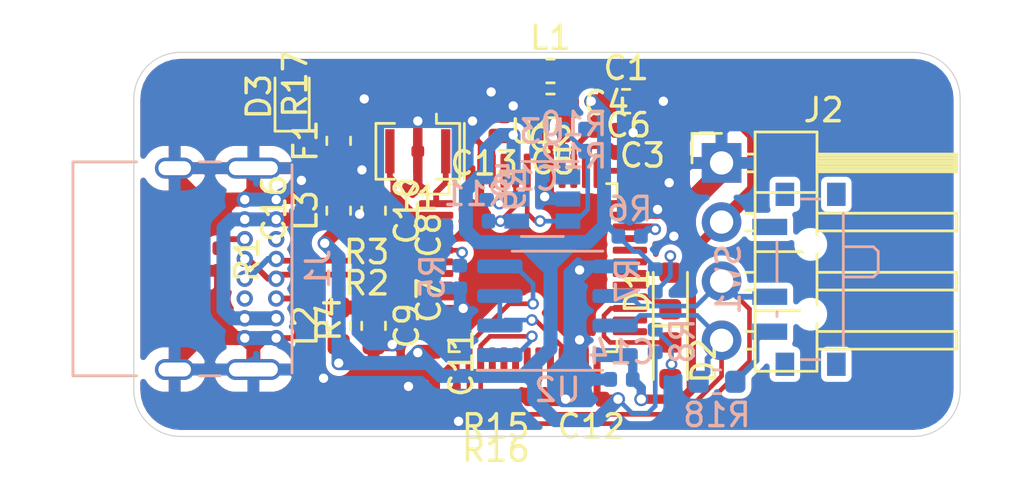
<source format=kicad_pcb>
(kicad_pcb (version 20171130) (host pcbnew "(5.1.6)-1")
  (layers (0 F.Cu signal) (31 B.Cu signal) (34 B.Paste user hide) (35 F.Paste user) (36 B.SilkS user hide) (37 F.SilkS user hide) (38 B.Mask user) (39 F.Mask user hide) (44 Edge.Cuts user))
  (net 0 "")
  (net 1 GND)
  (net 2 +3V3)
  (net 3 +5V)
  (net 4 "Net-(C3-Pad1)")
  (net 5 "Net-(C6-Pad1)")
  (net 6 "Net-(C7-Pad1)")
  (net 7 "Net-(C10-Pad1)")
  (net 8 "Net-(F1-Pad2)")
  (net 9 "Net-(J1-PadA5)")
  (net 10 "Net-(J1-PadA6)")
  (net 11 "Net-(J1-PadA7)")
  (net 12 "Net-(J1-PadB5)")
  (net 13 "Net-(J2-Pad3)")
  (net 14 "Net-(J2-Pad4)")
  (net 15 /D_-)
  (net 16 /D_+)
  (net 17 "Net-(R5-Pad1)")
  (net 18 "Net-(R6-Pad1)")
  (net 19 /TXLED)
  (net 20 /RXLED)
  (net 21 "Net-(U1-Pad1)")
  (net 22 "Net-(U1-Pad2)")
  (net 23 /TXD)
  (net 24 /RXD)
  (net 25 /TXDEN)
  (net 26 "Net-(C16-Pad1)")
  (net 27 /EECS)
  (net 28 "Net-(R10-Pad2)")
  (net 29 /EECLK)
  (net 30 /EEDATA)
  (net 31 "Net-(D1-Pad2)")
  (net 32 "Net-(D2-Pad2)")
  (net 33 "Net-(D3-Pad2)")
  (net 34 "Net-(R18-Pad2)")
  (module Resistor_SMD:R_0402_1005Metric (layer B.Cu) (at 185.55 107.65 180)
    (fp_text reference R6 (at 0 1.17 180) (layer B.SilkS) (effects (justify mirror)))
    (fp_text value 10k)
    (pad 2 smd roundrect (at 0.485 0 180) (size 0.59 0.64) (layers B.Cu B.Paste B.Mask) (net 2 +3V3))
    (pad 1 smd roundrect (at -0.485 0 180) (size 0.59 0.64) (layers B.Cu B.Paste B.Mask) (net 18 "Net-(R6-Pad1)"))
  )
  (module LED_SMD:LED_0603_1608Metric (layer F.Cu) (at 187.3 110 90)
    (fp_text reference D1 (at 0 -1.43 90) (layer F.SilkS))
    (fp_text value LED)
    (pad 2 smd roundrect (at 0.7875 0 90) (size 0.875 0.95) (layers F.Cu F.Paste F.Mask) (net 31 "Net-(D1-Pad2)"))
    (pad 1 smd roundrect (at -0.7875 0 90) (size 0.875 0.95) (layers F.Cu F.Paste F.Mask) (net 19 /TXLED))
  )
  (module Capacitor_SMD:C_0603_1608Metric (layer F.Cu) (at 185.4 101.85)
    (fp_text reference C1 (at 0 -1.43) (layer F.SilkS))
    (fp_text value 4.7u)
    (pad 2 smd roundrect (at 0.7875 0) (size 0.875 0.95) (layers F.Cu F.Paste F.Mask) (net 1 GND))
    (pad 1 smd roundrect (at -0.7875 0) (size 0.875 0.95) (layers F.Cu F.Paste F.Mask) (net 2 +3V3))
  )
  (module Capacitor_SMD:C_0603_1608Metric (layer F.Cu) (at 182.15 102.05 180)
    (fp_text reference C2 (at 0 -1.43) (layer F.SilkS))
    (fp_text value 4.7u)
    (pad 2 smd roundrect (at 0.7875 0 180) (size 0.875 0.95) (layers F.Cu F.Paste F.Mask) (net 1 GND))
    (pad 1 smd roundrect (at -0.7875 0 180) (size 0.875 0.95) (layers F.Cu F.Paste F.Mask) (net 3 +5V))
  )
  (module Capacitor_SMD:C_0402_1005Metric (layer F.Cu) (at 186.1 105.35)
    (fp_text reference C3 (at 0 -1.17) (layer F.SilkS))
    (fp_text value 0.1u)
    (pad 1 smd roundrect (at -0.485 0) (size 0.59 0.64) (layers F.Cu F.Paste F.Mask) (net 4 "Net-(C3-Pad1)"))
    (pad 2 smd roundrect (at 0.485 0) (size 0.59 0.64) (layers F.Cu F.Paste F.Mask) (net 1 GND))
  )
  (module Capacitor_SMD:C_0402_1005Metric (layer F.Cu) (at 184.55 103.1)
    (fp_text reference C4 (at 0 -1.17) (layer F.SilkS))
    (fp_text value 0.1u)
    (pad 2 smd roundrect (at 0.485 0) (size 0.59 0.64) (layers F.Cu F.Paste F.Mask) (net 1 GND))
    (pad 1 smd roundrect (at -0.485 0) (size 0.59 0.64) (layers F.Cu F.Paste F.Mask) (net 2 +3V3))
  )
  (module Capacitor_SMD:C_0402_1005Metric (layer F.Cu) (at 182.25 103.3 180)
    (fp_text reference C5 (at 0 -1.17) (layer F.SilkS))
    (fp_text value 0.1u)
    (pad 1 smd roundrect (at -0.485 0 180) (size 0.59 0.64) (layers F.Cu F.Paste F.Mask) (net 3 +5V))
    (pad 2 smd roundrect (at 0.485 0 180) (size 0.59 0.64) (layers F.Cu F.Paste F.Mask) (net 1 GND))
  )
  (module Capacitor_SMD:C_0402_1005Metric (layer F.Cu) (at 185.5 104.05)
    (fp_text reference C6 (at 0 -1.17) (layer F.SilkS))
    (fp_text value 0.1u)
    (pad 2 smd roundrect (at 0.485 0) (size 0.59 0.64) (layers F.Cu F.Paste F.Mask) (net 1 GND))
    (pad 1 smd roundrect (at -0.485 0) (size 0.59 0.64) (layers F.Cu F.Paste F.Mask) (net 5 "Net-(C6-Pad1)"))
  )
  (module Capacitor_SMD:C_0402_1005Metric (layer F.Cu) (at 175.75 110.4 270)
    (fp_text reference C7 (at 0 -1.17 90) (layer F.SilkS))
    (fp_text value 0.1u)
    (pad 1 smd roundrect (at -0.485 0 270) (size 0.59 0.64) (layers F.Cu F.Paste F.Mask) (net 6 "Net-(C7-Pad1)"))
    (pad 2 smd roundrect (at 0.485 0 270) (size 0.59 0.64) (layers F.Cu F.Paste F.Mask) (net 1 GND))
  )
  (module Capacitor_SMD:C_0402_1005Metric (layer F.Cu) (at 175.75 107.6 270)
    (fp_text reference C8 (at 0 -1.17 270) (layer F.SilkS))
    (fp_text value 0.1u)
    (pad 1 smd roundrect (at -0.485 0 270) (size 0.59 0.64) (layers F.Cu F.Paste F.Mask) (net 7 "Net-(C10-Pad1)"))
    (pad 2 smd roundrect (at 0.485 0 270) (size 0.59 0.64) (layers F.Cu F.Paste F.Mask) (net 1 GND))
  )
  (module Capacitor_SMD:C_0603_1608Metric (layer F.Cu) (at 174.55 111.5 270)
    (fp_text reference C9 (at 0 -1.43 90) (layer F.SilkS))
    (fp_text value 4.7u)
    (pad 1 smd roundrect (at -0.7875 0 270) (size 0.875 0.95) (layers F.Cu F.Paste F.Mask) (net 6 "Net-(C7-Pad1)"))
    (pad 2 smd roundrect (at 0.7875 0 270) (size 0.875 0.95) (layers F.Cu F.Paste F.Mask) (net 1 GND))
  )
  (module Capacitor_SMD:C_0603_1608Metric (layer F.Cu) (at 174.55 106.55 270)
    (fp_text reference C10 (at 0 -1.43 90) (layer F.SilkS))
    (fp_text value 4.7u)
    (pad 1 smd roundrect (at -0.7875 0 270) (size 0.875 0.95) (layers F.Cu F.Paste F.Mask) (net 7 "Net-(C10-Pad1)"))
    (pad 2 smd roundrect (at 0.7875 0 270) (size 0.875 0.95) (layers F.Cu F.Paste F.Mask) (net 1 GND))
  )
  (module Capacitor_SMD:C_0402_1005Metric (layer F.Cu) (at 177.15 113.1 270)
    (fp_text reference C11 (at 0 -1.17 90) (layer F.SilkS))
    (fp_text value 0.1u)
    (pad 2 smd roundrect (at 0.485 0 270) (size 0.59 0.64) (layers F.Cu F.Paste F.Mask) (net 1 GND))
    (pad 1 smd roundrect (at -0.485 0 270) (size 0.59 0.64) (layers F.Cu F.Paste F.Mask) (net 2 +3V3))
  )
  (module Capacitor_SMD:C_0402_1005Metric (layer F.Cu) (at 183.9 114.65 180)
    (fp_text reference C12 (at 0 -1.17) (layer F.SilkS))
    (fp_text value 0.1u)
    (pad 1 smd roundrect (at -0.485 0 180) (size 0.59 0.64) (layers F.Cu F.Paste F.Mask) (net 2 +3V3))
    (pad 2 smd roundrect (at 0.485 0 180) (size 0.59 0.64) (layers F.Cu F.Paste F.Mask) (net 1 GND))
  )
  (module Capacitor_SMD:C_0402_1005Metric (layer F.Cu) (at 179.3 103.35 180)
    (fp_text reference C13 (at 0 -1.17) (layer F.SilkS))
    (fp_text value 0.1u)
    (pad 2 smd roundrect (at 0.485 0 180) (size 0.59 0.64) (layers F.Cu F.Paste F.Mask) (net 1 GND))
    (pad 1 smd roundrect (at -0.485 0 180) (size 0.59 0.64) (layers F.Cu F.Paste F.Mask) (net 2 +3V3))
  )
  (module Capacitor_SMD:C_0402_1005Metric (layer B.Cu) (at 185.2 113.8 180)
    (fp_text reference C14 (at 0 1.17) (layer B.SilkS) (effects (justify mirror)))
    (fp_text value 0.1u)
    (pad 2 smd roundrect (at 0.485 0 180) (size 0.59 0.64) (layers B.Cu B.Paste B.Mask) (net 1 GND))
    (pad 1 smd roundrect (at -0.485 0 180) (size 0.59 0.64) (layers B.Cu B.Paste B.Mask) (net 3 +5V))
  )
  (module LED_SMD:LED_0603_1608Metric (layer F.Cu) (at 187.3 113 270)
    (fp_text reference D2 (at 0 -1.43 90) (layer F.SilkS))
    (fp_text value LED)
    (pad 1 smd roundrect (at -0.7875 0 270) (size 0.875 0.95) (layers F.Cu F.Paste F.Mask) (net 20 /RXLED))
    (pad 2 smd roundrect (at 0.7875 0 270) (size 0.875 0.95) (layers F.Cu F.Paste F.Mask) (net 32 "Net-(D2-Pad2)"))
  )
  (module Fuse:Fuse_0603_1608Metric (layer F.Cu) (at 173.05 103.55 90)
    (fp_text reference F1 (at 0 -1.43 90) (layer F.SilkS))
    (fp_text value Fuse)
    (pad 1 smd roundrect (at -0.7875 0 90) (size 0.875 0.95) (layers F.Cu F.Paste F.Mask) (net 26 "Net-(C16-Pad1)"))
    (pad 2 smd roundrect (at 0.7875 0 90) (size 0.875 0.95) (layers F.Cu F.Paste F.Mask) (net 8 "Net-(F1-Pad2)"))
  )
  (module Connector_USB:USB_C_Receptacle_GCT_USB4085 (layer B.Cu) (at 170.364999 112.024999 90)
    (fp_text reference J1 (at 2.975 1.8 270) (layer B.SilkS) (effects (justify mirror)))
    (fp_text value USB_C_Receptacle_USB2.0)
    (pad A1 thru_hole circle (at 0 0 90) (size 0.7 0.7) (drill 0.4) (layers *.Cu *.Mask) (net 1 GND))
    (pad A4 thru_hole circle (at 0.85 0 90) (size 0.7 0.7) (drill 0.4) (layers *.Cu *.Mask) (net 26 "Net-(C16-Pad1)"))
    (pad A5 thru_hole circle (at 1.7 0 90) (size 0.7 0.7) (drill 0.4) (layers *.Cu *.Mask) (net 9 "Net-(J1-PadA5)"))
    (pad A6 thru_hole circle (at 2.55 0 90) (size 0.7 0.7) (drill 0.4) (layers *.Cu *.Mask) (net 10 "Net-(J1-PadA6)"))
    (pad A7 thru_hole circle (at 3.4 0 90) (size 0.7 0.7) (drill 0.4) (layers *.Cu *.Mask) (net 11 "Net-(J1-PadA7)"))
    (pad A8 thru_hole circle (at 4.25 0 90) (size 0.7 0.7) (drill 0.4) (layers *.Cu *.Mask))
    (pad A9 thru_hole circle (at 5.1 0 90) (size 0.7 0.7) (drill 0.4) (layers *.Cu *.Mask) (net 26 "Net-(C16-Pad1)"))
    (pad A12 thru_hole circle (at 5.95 0 90) (size 0.7 0.7) (drill 0.4) (layers *.Cu *.Mask) (net 1 GND))
    (pad B9 thru_hole circle (at 0.85 -1.35 90) (size 0.7 0.7) (drill 0.4) (layers *.Cu *.Mask) (net 26 "Net-(C16-Pad1)"))
    (pad B7 thru_hole circle (at 2.55 -1.35 90) (size 0.7 0.7) (drill 0.4) (layers *.Cu *.Mask) (net 11 "Net-(J1-PadA7)"))
    (pad B8 thru_hole circle (at 1.7 -1.35 90) (size 0.7 0.7) (drill 0.4) (layers *.Cu *.Mask))
    (pad B12 thru_hole circle (at 0 -1.35 90) (size 0.7 0.7) (drill 0.4) (layers *.Cu *.Mask) (net 1 GND))
    (pad B5 thru_hole circle (at 4.25 -1.35 90) (size 0.7 0.7) (drill 0.4) (layers *.Cu *.Mask) (net 12 "Net-(J1-PadB5)"))
    (pad B4 thru_hole circle (at 5.1 -1.35 90) (size 0.7 0.7) (drill 0.4) (layers *.Cu *.Mask) (net 26 "Net-(C16-Pad1)"))
    (pad B1 thru_hole circle (at 5.95 -1.35 90) (size 0.7 0.7) (drill 0.4) (layers *.Cu *.Mask) (net 1 GND))
    (pad B6 thru_hole circle (at 3.4 -1.35 90) (size 0.7 0.7) (drill 0.4) (layers *.Cu *.Mask) (net 10 "Net-(J1-PadA6)"))
    (pad S1 thru_hole oval (at -1.35 -0.98 90) (size 0.9 2.4) (drill oval 0.6 2.1) (layers *.Cu *.Mask) (net 1 GND))
    (pad S1 thru_hole oval (at 7.3 -0.98 90) (size 0.9 2.4) (drill oval 0.6 2.1) (layers *.Cu *.Mask) (net 1 GND))
    (pad S1 thru_hole oval (at -1.35 -4.36 90) (size 0.9 1.7) (drill oval 0.6 1.4) (layers *.Cu *.Mask) (net 1 GND))
    (pad S1 thru_hole oval (at 7.3 -4.36 90) (size 0.9 1.7) (drill oval 0.6 1.4) (layers *.Cu *.Mask) (net 1 GND))
  )
  (module Connector_PinHeader_2.54mm:PinHeader_1x04_P2.54mm_Horizontal (layer F.Cu) (at 189.5 104.5)
    (fp_text reference J2 (at 4.385 -2.27) (layer F.SilkS))
    (fp_text value Conn_01x04)
    (pad 1 thru_hole rect (at 0 0) (size 1.7 1.7) (drill 1) (layers *.Cu *.Mask) (net 1 GND))
    (pad 2 thru_hole oval (at 0 2.54) (size 1.7 1.7) (drill 1) (layers *.Cu *.Mask) (net 3 +5V))
    (pad 3 thru_hole oval (at 0 5.08) (size 1.7 1.7) (drill 1) (layers *.Cu *.Mask) (net 13 "Net-(J2-Pad3)"))
    (pad 4 thru_hole oval (at 0 7.62) (size 1.7 1.7) (drill 1) (layers *.Cu *.Mask) (net 14 "Net-(J2-Pad4)"))
  )
  (module Inductor_SMD:L_0603_1608Metric (layer F.Cu) (at 182.15 100.55)
    (fp_text reference L1 (at 0 -1.43) (layer F.SilkS))
    (fp_text value L)
    (pad 1 smd roundrect (at -0.7875 0) (size 0.875 0.95) (layers F.Cu F.Paste F.Mask) (net 8 "Net-(F1-Pad2)"))
    (pad 2 smd roundrect (at 0.7875 0) (size 0.875 0.95) (layers F.Cu F.Paste F.Mask) (net 3 +5V))
  )
  (module Inductor_SMD:L_0603_1608Metric (layer F.Cu) (at 173.05 111.5 90)
    (fp_text reference L2 (at 0 -1.43 90) (layer F.SilkS))
    (fp_text value L)
    (pad 2 smd roundrect (at 0.7875 0 90) (size 0.875 0.95) (layers F.Cu F.Paste F.Mask) (net 6 "Net-(C7-Pad1)"))
    (pad 1 smd roundrect (at -0.7875 0 90) (size 0.875 0.95) (layers F.Cu F.Paste F.Mask) (net 2 +3V3))
  )
  (module Inductor_SMD:L_0603_1608Metric (layer F.Cu) (at 173.05 106.55 90)
    (fp_text reference L3 (at 0 -1.43 90) (layer F.SilkS))
    (fp_text value L)
    (pad 1 smd roundrect (at -0.7875 0 90) (size 0.875 0.95) (layers F.Cu F.Paste F.Mask) (net 2 +3V3))
    (pad 2 smd roundrect (at 0.7875 0 90) (size 0.875 0.95) (layers F.Cu F.Paste F.Mask) (net 7 "Net-(C10-Pad1)"))
  )
  (module Resistor_SMD:R_0402_1005Metric (layer F.Cu) (at 167.95 108.65 270)
    (fp_text reference R1 (at 0 -1.17 90) (layer F.SilkS))
    (fp_text value 5.1k)
    (pad 2 smd roundrect (at 0.485 0 270) (size 0.59 0.64) (layers F.Cu F.Paste F.Mask) (net 1 GND))
    (pad 1 smd roundrect (at -0.485 0 270) (size 0.59 0.64) (layers F.Cu F.Paste F.Mask) (net 12 "Net-(J1-PadB5)"))
  )
  (module Resistor_SMD:R_0402_1005Metric (layer F.Cu) (at 174.25 108.5 180)
    (fp_text reference R2 (at 0 -1.17) (layer F.SilkS))
    (fp_text value 22)
    (pad 1 smd roundrect (at -0.485 0 180) (size 0.59 0.64) (layers F.Cu F.Paste F.Mask) (net 15 /D_-))
    (pad 2 smd roundrect (at 0.485 0 180) (size 0.59 0.64) (layers F.Cu F.Paste F.Mask) (net 11 "Net-(J1-PadA7)"))
  )
  (module Resistor_SMD:R_0402_1005Metric (layer F.Cu) (at 174.25 109.5)
    (fp_text reference R3 (at 0 -1.17) (layer F.SilkS))
    (fp_text value 22)
    (pad 2 smd roundrect (at 0.485 0) (size 0.59 0.64) (layers F.Cu F.Paste F.Mask) (net 16 /D_+))
    (pad 1 smd roundrect (at -0.485 0) (size 0.59 0.64) (layers F.Cu F.Paste F.Mask) (net 10 "Net-(J1-PadA6)"))
  )
  (module Resistor_SMD:R_0402_1005Metric (layer F.Cu) (at 171.45 111.2 270)
    (fp_text reference R4 (at 0 -1.17 90) (layer F.SilkS))
    (fp_text value 5.1k)
    (pad 1 smd roundrect (at -0.485 0 270) (size 0.59 0.64) (layers F.Cu F.Paste F.Mask) (net 9 "Net-(J1-PadA5)"))
    (pad 2 smd roundrect (at 0.485 0 270) (size 0.59 0.64) (layers F.Cu F.Paste F.Mask) (net 1 GND))
  )
  (module Resistor_SMD:R_0402_1005Metric (layer B.Cu) (at 178.25 109.4 270)
    (fp_text reference R5 (at 0 1.17 90) (layer B.SilkS) (effects (justify mirror)))
    (fp_text value 12k)
    (pad 1 smd roundrect (at -0.485 0 270) (size 0.59 0.64) (layers B.Cu B.Paste B.Mask) (net 17 "Net-(R5-Pad1)"))
    (pad 2 smd roundrect (at 0.485 0 270) (size 0.59 0.64) (layers B.Cu B.Paste B.Mask) (net 1 GND))
  )
  (module Resistor_SMD:R_0402_1005Metric (layer B.Cu) (at 186.65 109.55 270)
    (fp_text reference R7 (at 0 1.17 90) (layer B.SilkS) (effects (justify mirror)))
    (fp_text value 1k)
    (pad 1 smd roundrect (at -0.485 0 270) (size 0.59 0.64) (layers B.Cu B.Paste B.Mask) (net 2 +3V3))
    (pad 2 smd roundrect (at 0.485 0 270) (size 0.59 0.64) (layers B.Cu B.Paste B.Mask) (net 31 "Net-(D1-Pad2)"))
  )
  (module Resistor_SMD:R_0402_1005Metric (layer B.Cu) (at 186.65 112.15 90)
    (fp_text reference R8 (at 0 1.17 90) (layer B.SilkS) (effects (justify mirror)))
    (fp_text value 1k)
    (pad 2 smd roundrect (at 0.485 0 90) (size 0.59 0.64) (layers B.Cu B.Paste B.Mask) (net 32 "Net-(D2-Pad2)"))
    (pad 1 smd roundrect (at -0.485 0 90) (size 0.59 0.64) (layers B.Cu B.Paste B.Mask) (net 2 +3V3))
  )
  (module Package_SO:SOIC-8_3.9x4.9mm_P1.27mm (layer B.Cu) (at 182.45 110.85)
    (fp_text reference U2 (at 0 3.4) (layer B.SilkS) (effects (justify mirror)))
    (fp_text value SP3485CN)
    (pad 1 smd roundrect (at -2.475 1.905) (size 1.95 0.6) (layers B.Cu B.Paste B.Mask) (net 24 /RXD))
    (pad 2 smd roundrect (at -2.475 0.635) (size 1.95 0.6) (layers B.Cu B.Paste B.Mask) (net 25 /TXDEN))
    (pad 3 smd roundrect (at -2.475 -0.635) (size 1.95 0.6) (layers B.Cu B.Paste B.Mask) (net 25 /TXDEN))
    (pad 4 smd roundrect (at -2.475 -1.905) (size 1.95 0.6) (layers B.Cu B.Paste B.Mask) (net 23 /TXD))
    (pad 5 smd roundrect (at 2.475 -1.905) (size 1.95 0.6) (layers B.Cu B.Paste B.Mask) (net 1 GND))
    (pad 6 smd roundrect (at 2.475 -0.635) (size 1.95 0.6) (layers B.Cu B.Paste B.Mask) (net 13 "Net-(J2-Pad3)"))
    (pad 7 smd roundrect (at 2.475 0.635) (size 1.95 0.6) (layers B.Cu B.Paste B.Mask) (net 14 "Net-(J2-Pad4)"))
    (pad 8 smd roundrect (at 2.475 1.905) (size 1.95 0.6) (layers B.Cu B.Paste B.Mask) (net 3 +5V))
  )
  (module Capacitor_SMD:C_0402_1005Metric (layer B.Cu) (at 181.05 104)
    (fp_text reference C15 (at 0 1.17) (layer B.SilkS) (effects (justify mirror)))
    (fp_text value 0.1u)
    (pad 1 smd roundrect (at -0.485 0) (size 0.59 0.64) (layers B.Cu B.Paste B.Mask) (net 2 +3V3))
    (pad 2 smd roundrect (at 0.485 0) (size 0.59 0.64) (layers B.Cu B.Paste B.Mask) (net 1 GND))
  )
  (module Capacitor_SMD:C_0402_1005Metric (layer F.Cu) (at 171.45 106.45 90)
    (fp_text reference C16 (at 0 -1.17 90) (layer F.SilkS))
    (fp_text value 10n)
    (pad 2 smd roundrect (at 0.485 0 90) (size 0.59 0.64) (layers F.Cu F.Paste F.Mask) (net 1 GND))
    (pad 1 smd roundrect (at -0.485 0 90) (size 0.59 0.64) (layers F.Cu F.Paste F.Mask) (net 26 "Net-(C16-Pad1)"))
  )
  (module Resistor_SMD:R_0402_1005Metric (layer B.Cu) (at 179.4 105.6 90)
    (fp_text reference R9 (at 0 1.17 90) (layer B.SilkS) (effects (justify mirror)))
    (fp_text value 10k)
    (pad 1 smd roundrect (at -0.485 0 90) (size 0.59 0.64) (layers B.Cu B.Paste B.Mask) (net 27 /EECS))
    (pad 2 smd roundrect (at 0.485 0 90) (size 0.59 0.64) (layers B.Cu B.Paste B.Mask) (net 2 +3V3))
  )
  (module Resistor_SMD:R_0402_1005Metric (layer B.Cu) (at 183.15 104 180)
    (fp_text reference R10 (at 0 1.17) (layer B.SilkS) (effects (justify mirror)))
    (fp_text value 2k)
    (pad 2 smd roundrect (at 0.485 0 180) (size 0.59 0.64) (layers B.Cu B.Paste B.Mask) (net 28 "Net-(R10-Pad2)"))
    (pad 1 smd roundrect (at -0.485 0 180) (size 0.59 0.64) (layers B.Cu B.Paste B.Mask) (net 30 /EEDATA))
  )
  (module Resistor_SMD:R_0402_1005Metric (layer B.Cu) (at 179 107 180)
    (fp_text reference R11 (at 0 1.17) (layer B.SilkS) (effects (justify mirror)))
    (fp_text value 10k)
    (pad 1 smd roundrect (at -0.485 0 180) (size 0.59 0.64) (layers B.Cu B.Paste B.Mask) (net 29 /EECLK))
    (pad 2 smd roundrect (at 0.485 0 180) (size 0.59 0.64) (layers B.Cu B.Paste B.Mask) (net 2 +3V3))
  )
  (module Resistor_SMD:R_0402_1005Metric (layer B.Cu) (at 183.15 103.05)
    (fp_text reference R12 (at 0 1.17) (layer B.SilkS) (effects (justify mirror)))
    (fp_text value 10k)
    (pad 2 smd roundrect (at 0.485 0) (size 0.59 0.64) (layers B.Cu B.Paste B.Mask) (net 2 +3V3))
    (pad 1 smd roundrect (at -0.485 0) (size 0.59 0.64) (layers B.Cu B.Paste B.Mask) (net 30 /EEDATA))
  )
  (module Package_TO_SOT_SMD:SOT-23-6 (layer B.Cu) (at 181.8 106.05 180)
    (fp_text reference U3 (at 0 2.9) (layer B.SilkS) (effects (justify mirror)))
    (fp_text value 93LCxxBxxOT)
    (pad 1 smd rect (at -1.1 0.95 180) (size 1.06 0.65) (layers B.Cu B.Paste B.Mask) (net 28 "Net-(R10-Pad2)"))
    (pad 2 smd rect (at -1.1 0 180) (size 1.06 0.65) (layers B.Cu B.Paste B.Mask) (net 1 GND))
    (pad 3 smd rect (at -1.1 -0.95 180) (size 1.06 0.65) (layers B.Cu B.Paste B.Mask) (net 30 /EEDATA))
    (pad 4 smd rect (at 1.1 -0.95 180) (size 1.06 0.65) (layers B.Cu B.Paste B.Mask) (net 29 /EECLK))
    (pad 6 smd rect (at 1.1 0.95 180) (size 1.06 0.65) (layers B.Cu B.Paste B.Mask) (net 2 +3V3))
    (pad 5 smd rect (at 1.1 0 180) (size 1.06 0.65) (layers B.Cu B.Paste B.Mask) (net 27 /EECS))
  )
  (module Resistor_SMD:R_0402_1005Metric (layer F.Cu) (at 179.8 114.65 180)
    (fp_text reference R15 (at 0 -1.17) (layer F.SilkS))
    (fp_text value 0)
    (pad 2 smd roundrect (at 0.485 0 180) (size 0.59 0.64) (layers F.Cu F.Paste F.Mask) (net 24 /RXD))
    (pad 1 smd roundrect (at -0.485 0 180) (size 0.59 0.64) (layers F.Cu F.Paste F.Mask) (net 14 "Net-(J2-Pad4)"))
  )
  (module Resistor_SMD:R_0402_1005Metric (layer F.Cu) (at 179.8 115.65 180)
    (fp_text reference R16 (at 0 -1.17) (layer F.SilkS))
    (fp_text value 0)
    (pad 1 smd roundrect (at -0.485 0 180) (size 0.59 0.64) (layers F.Cu F.Paste F.Mask) (net 13 "Net-(J2-Pad3)"))
    (pad 2 smd roundrect (at 0.485 0 180) (size 0.59 0.64) (layers F.Cu F.Paste F.Mask) (net 23 /TXD))
  )
  (module Package_QFP:LQFP-48_7x7mm_P0.5mm (layer F.Cu) (at 181.4 109)
    (fp_text reference U1 (at 0 -5.85) (layer F.SilkS))
    (fp_text value FT232H)
    (pad 1 smd roundrect (at -4.1625 -2.75) (size 1.475 0.3) (layers F.Cu F.Paste F.Mask) (net 21 "Net-(U1-Pad1)"))
    (pad 2 smd roundrect (at -4.1625 -2.25) (size 1.475 0.3) (layers F.Cu F.Paste F.Mask) (net 22 "Net-(U1-Pad2)"))
    (pad 3 smd roundrect (at -4.1625 -1.75) (size 1.475 0.3) (layers F.Cu F.Paste F.Mask) (net 7 "Net-(C10-Pad1)"))
    (pad 4 smd roundrect (at -4.1625 -1.25) (size 1.475 0.3) (layers F.Cu F.Paste F.Mask) (net 1 GND))
    (pad 5 smd roundrect (at -4.1625 -0.75) (size 1.475 0.3) (layers F.Cu F.Paste F.Mask) (net 17 "Net-(R5-Pad1)"))
    (pad 6 smd roundrect (at -4.1625 -0.25) (size 1.475 0.3) (layers F.Cu F.Paste F.Mask) (net 15 /D_-))
    (pad 7 smd roundrect (at -4.1625 0.25) (size 1.475 0.3) (layers F.Cu F.Paste F.Mask) (net 16 /D_+))
    (pad 8 smd roundrect (at -4.1625 0.75) (size 1.475 0.3) (layers F.Cu F.Paste F.Mask) (net 6 "Net-(C7-Pad1)"))
    (pad 9 smd roundrect (at -4.1625 1.25) (size 1.475 0.3) (layers F.Cu F.Paste F.Mask) (net 1 GND))
    (pad 10 smd roundrect (at -4.1625 1.75) (size 1.475 0.3) (layers F.Cu F.Paste F.Mask) (net 1 GND))
    (pad 11 smd roundrect (at -4.1625 2.25) (size 1.475 0.3) (layers F.Cu F.Paste F.Mask) (net 1 GND))
    (pad 12 smd roundrect (at -4.1625 2.75) (size 1.475 0.3) (layers F.Cu F.Paste F.Mask) (net 2 +3V3))
    (pad 13 smd roundrect (at -2.75 4.1625) (size 0.3 1.475) (layers F.Cu F.Paste F.Mask) (net 23 /TXD))
    (pad 14 smd roundrect (at -2.25 4.1625) (size 0.3 1.475) (layers F.Cu F.Paste F.Mask) (net 24 /RXD))
    (pad 15 smd roundrect (at -1.75 4.1625) (size 0.3 1.475) (layers F.Cu F.Paste F.Mask))
    (pad 16 smd roundrect (at -1.25 4.1625) (size 0.3 1.475) (layers F.Cu F.Paste F.Mask))
    (pad 17 smd roundrect (at -0.75 4.1625) (size 0.3 1.475) (layers F.Cu F.Paste F.Mask))
    (pad 18 smd roundrect (at -0.25 4.1625) (size 0.3 1.475) (layers F.Cu F.Paste F.Mask))
    (pad 19 smd roundrect (at 0.25 4.1625) (size 0.3 1.475) (layers F.Cu F.Paste F.Mask))
    (pad 20 smd roundrect (at 0.75 4.1625) (size 0.3 1.475) (layers F.Cu F.Paste F.Mask))
    (pad 21 smd roundrect (at 1.25 4.1625) (size 0.3 1.475) (layers F.Cu F.Paste F.Mask) (net 25 /TXDEN))
    (pad 22 smd roundrect (at 1.75 4.1625) (size 0.3 1.475) (layers F.Cu F.Paste F.Mask) (net 1 GND))
    (pad 23 smd roundrect (at 2.25 4.1625) (size 0.3 1.475) (layers F.Cu F.Paste F.Mask) (net 1 GND))
    (pad 24 smd roundrect (at 2.75 4.1625) (size 0.3 1.475) (layers F.Cu F.Paste F.Mask) (net 2 +3V3))
    (pad 25 smd roundrect (at 4.1625 2.75) (size 1.475 0.3) (layers F.Cu F.Paste F.Mask))
    (pad 26 smd roundrect (at 4.1625 2.25) (size 1.475 0.3) (layers F.Cu F.Paste F.Mask))
    (pad 27 smd roundrect (at 4.1625 1.75) (size 1.475 0.3) (layers F.Cu F.Paste F.Mask) (net 20 /RXLED))
    (pad 28 smd roundrect (at 4.1625 1.25) (size 1.475 0.3) (layers F.Cu F.Paste F.Mask) (net 19 /TXLED))
    (pad 29 smd roundrect (at 4.1625 0.75) (size 1.475 0.3) (layers F.Cu F.Paste F.Mask))
    (pad 30 smd roundrect (at 4.1625 0.25) (size 1.475 0.3) (layers F.Cu F.Paste F.Mask))
    (pad 31 smd roundrect (at 4.1625 -0.25) (size 1.475 0.3) (layers F.Cu F.Paste F.Mask))
    (pad 32 smd roundrect (at 4.1625 -0.75) (size 1.475 0.3) (layers F.Cu F.Paste F.Mask))
    (pad 33 smd roundrect (at 4.1625 -1.25) (size 1.475 0.3) (layers F.Cu F.Paste F.Mask))
    (pad 34 smd roundrect (at 4.1625 -1.75) (size 1.475 0.3) (layers F.Cu F.Paste F.Mask) (net 18 "Net-(R6-Pad1)"))
    (pad 35 smd roundrect (at 4.1625 -2.25) (size 1.475 0.3) (layers F.Cu F.Paste F.Mask) (net 1 GND))
    (pad 36 smd roundrect (at 4.1625 -2.75) (size 1.475 0.3) (layers F.Cu F.Paste F.Mask) (net 1 GND))
    (pad 37 smd roundrect (at 2.75 -4.1625) (size 0.3 1.475) (layers F.Cu F.Paste F.Mask) (net 4 "Net-(C3-Pad1)"))
    (pad 38 smd roundrect (at 2.25 -4.1625) (size 0.3 1.475) (layers F.Cu F.Paste F.Mask) (net 5 "Net-(C6-Pad1)"))
    (pad 39 smd roundrect (at 1.75 -4.1625) (size 0.3 1.475) (layers F.Cu F.Paste F.Mask) (net 2 +3V3))
    (pad 40 smd roundrect (at 1.25 -4.1625) (size 0.3 1.475) (layers F.Cu F.Paste F.Mask) (net 3 +5V))
    (pad 41 smd roundrect (at 0.75 -4.1625) (size 0.3 1.475) (layers F.Cu F.Paste F.Mask) (net 1 GND))
    (pad 42 smd roundrect (at 0.25 -4.1625) (size 0.3 1.475) (layers F.Cu F.Paste F.Mask) (net 1 GND))
    (pad 43 smd roundrect (at -0.25 -4.1625) (size 0.3 1.475) (layers F.Cu F.Paste F.Mask) (net 30 /EEDATA))
    (pad 44 smd roundrect (at -0.75 -4.1625) (size 0.3 1.475) (layers F.Cu F.Paste F.Mask) (net 29 /EECLK))
    (pad 45 smd roundrect (at -1.25 -4.1625) (size 0.3 1.475) (layers F.Cu F.Paste F.Mask) (net 27 /EECS))
    (pad 46 smd roundrect (at -1.75 -4.1625) (size 0.3 1.475) (layers F.Cu F.Paste F.Mask) (net 2 +3V3))
    (pad 47 smd roundrect (at -2.25 -4.1625) (size 0.3 1.475) (layers F.Cu F.Paste F.Mask) (net 1 GND))
    (pad 48 smd roundrect (at -2.75 -4.1625) (size 0.3 1.475) (layers F.Cu F.Paste F.Mask) (net 1 GND))
  )
  (module LED_SMD:LED_0603_1608Metric (layer F.Cu) (at 171.05 101.65 90)
    (fp_text reference D3 (at 0 -1.43 90) (layer F.SilkS))
    (fp_text value LED)
    (pad 1 smd roundrect (at -0.7875 0 90) (size 0.875 0.95) (layers F.Cu F.Paste F.Mask) (net 1 GND))
    (pad 2 smd roundrect (at 0.7875 0 90) (size 0.875 0.95) (layers F.Cu F.Paste F.Mask) (net 33 "Net-(D3-Pad2)"))
  )
  (module Resistor_SMD:R_0402_1005Metric (layer F.Cu) (at 172.35 101.1 90)
    (fp_text reference R17 (at 0 -1.17 90) (layer F.SilkS))
    (fp_text value 1k)
    (pad 1 smd roundrect (at -0.485 0 90) (size 0.59 0.64) (layers F.Cu F.Paste F.Mask) (net 8 "Net-(F1-Pad2)"))
    (pad 2 smd roundrect (at 0.485 0 90) (size 0.59 0.64) (layers F.Cu F.Paste F.Mask) (net 33 "Net-(D3-Pad2)"))
  )
  (module Resistor_SMD:R_0603_1608Metric (layer B.Cu) (at 189.3 113.9)
    (fp_text reference R18 (at 0 1.43) (layer B.SilkS) (effects (justify mirror)))
    (fp_text value 120)
    (pad 1 smd roundrect (at -0.7875 0) (size 0.875 0.95) (layers B.Cu B.Paste B.Mask) (net 14 "Net-(J2-Pad4)"))
    (pad 2 smd roundrect (at 0.7875 0) (size 0.875 0.95) (layers B.Cu B.Paste B.Mask) (net 34 "Net-(R18-Pad2)"))
  )
  (module Button_Switch_SMD:SW_SPDT_PCM12 (layer B.Cu) (at 193 109.5 270)
    (fp_text reference SW1 (at 0 3.2 90) (layer B.SilkS) (effects (justify mirror)))
    (fp_text value SW_DPDT_x2)
    (pad "" np_thru_hole circle (at -1.5 -0.33 270) (size 0.9 0.9) (drill 0.9) (layers *.Cu *.Mask))
    (pad "" np_thru_hole circle (at 1.5 -0.33 270) (size 0.9 0.9) (drill 0.9) (layers *.Cu *.Mask))
    (pad 1 smd rect (at -2.25 1.43 270) (size 0.7 1.5) (layers B.Cu B.Paste B.Mask))
    (pad 2 smd rect (at 0.75 1.43 270) (size 0.7 1.5) (layers B.Cu B.Paste B.Mask) (net 13 "Net-(J2-Pad3)"))
    (pad 3 smd rect (at 2.25 1.43 270) (size 0.7 1.5) (layers B.Cu B.Paste B.Mask) (net 34 "Net-(R18-Pad2)"))
    (pad "" smd rect (at -3.65 -1.43 270) (size 1 0.8) (layers B.Cu B.Paste B.Mask))
    (pad "" smd rect (at 3.65 -1.43 270) (size 1 0.8) (layers B.Cu B.Paste B.Mask))
    (pad "" smd rect (at 3.65 0.78 270) (size 1 0.8) (layers B.Cu B.Paste B.Mask))
    (pad "" smd rect (at -3.65 0.78 270) (size 1 0.8) (layers B.Cu B.Paste B.Mask))
  )
  (module Crystal:Resonator_SMD_muRata_CSTxExxV-3Pin_3.0x1.1mm (layer F.Cu) (at 176.45 104 180)
    (fp_text reference Y1 (at 0 -2) (layer F.SilkS))
    (fp_text value Crystal_GND2_Small)
    (pad 1 smd rect (at -1.2 0 180) (size 0.4 1.9) (layers F.Cu F.Paste F.Mask) (net 21 "Net-(U1-Pad1)"))
    (pad 2 smd rect (at 0 0 180) (size 0.4 1.9) (layers F.Cu F.Paste F.Mask) (net 1 GND))
    (pad 3 smd rect (at 1.2 0 180) (size 0.4 1.9) (layers F.Cu F.Paste F.Mask) (net 22 "Net-(U1-Pad2)"))
  )
  (gr_arc (start 197.75 101.75) (end 199.75 101.75) (angle -90) (layer Edge.Cuts) (width 0.05))
  (gr_arc (start 197.75 114.25) (end 197.75 116.25) (angle -90) (layer Edge.Cuts) (width 0.05))
  (gr_arc (start 166.25 101.75) (end 166.25 99.75) (angle -90) (layer Edge.Cuts) (width 0.05))
  (gr_arc (start 166.25 114.25) (end 164.25 114.25) (angle -90) (layer Edge.Cuts) (width 0.05))
  (gr_line (start 166.25 99.75) (end 197.75 99.75) (layer Edge.Cuts) (width 0.05))
  (gr_line (start 164.25 114.25) (end 164.25 101.75) (layer Edge.Cuts) (width 0.05))
  (gr_line (start 197.75 116.25) (end 166.25 116.25) (layer Edge.Cuts) (width 0.05))
  (gr_line (start 199.75 101.75) (end 199.75 114.25) (layer Edge.Cuts) (width 0.05))
  (via (at 182.8 114.65) (size 0.6) (drill 0.4) (layers F.Cu B.Cu) (net 1))
  (segment (start 183.415 114.65) (end 182.8 114.65) (width 0.25) (layer F.Cu) (net 1))
  (segment (start 182.15 103.685) (end 181.765 103.3) (width 0.25) (layer F.Cu) (net 1))
  (segment (start 182.15 104.8875) (end 182.15 103.735) (width 0.25) (layer F.Cu) (net 1))
  (segment (start 181.65 104.8875) (end 181.65 103.465) (width 0.25) (layer F.Cu) (net 1))
  (via (at 183.4 112.1) (size 0.6) (drill 0.4) (layers F.Cu B.Cu) (net 1))
  (segment (start 183.65 113.1625) (end 183.65 112.35) (width 0.25) (layer F.Cu) (net 1))
  (segment (start 183.65 112.35) (end 183.4 112.1) (width 0.25) (layer F.Cu) (net 1))
  (segment (start 183.15 112.35) (end 183.4 112.1) (width 0.25) (layer F.Cu) (net 1))
  (segment (start 183.15 113.1625) (end 183.15 112.35) (width 0.25) (layer F.Cu) (net 1))
  (segment (start 183.95 108.945) (end 184.925 108.945) (width 0.4) (layer B.Cu) (net 1))
  (segment (start 183.4 109.495) (end 183.95 108.945) (width 0.4) (layer B.Cu) (net 1))
  (segment (start 183.4 112.1) (end 183.4 109.495) (width 0.4) (layer B.Cu) (net 1))
  (segment (start 183.4 113.1) (end 183.4 112.1) (width 0.4) (layer B.Cu) (net 1))
  (segment (start 184.715 113.8) (end 184.1 113.8) (width 0.4) (layer B.Cu) (net 1))
  (segment (start 184.1 113.8) (end 183.4 113.1) (width 0.4) (layer B.Cu) (net 1))
  (via (at 180.55 102.05) (size 0.6) (drill 0.4) (layers F.Cu B.Cu) (net 1))
  (segment (start 181.3625 102.05) (end 180.55 102.05) (width 0.4) (layer F.Cu) (net 1))
  (segment (start 178.9 103.35) (end 178.835 103.35) (width 0.25) (layer F.Cu) (net 1))
  (via (at 178.8 102.7) (size 0.6) (drill 0.4) (layers F.Cu B.Cu) (net 1))
  (segment (start 178.815 102.765) (end 178.8 102.75) (width 0.4) (layer F.Cu) (net 1))
  (segment (start 178.815 103.35) (end 178.815 102.765) (width 0.4) (layer F.Cu) (net 1))
  (segment (start 178.8 102.75) (end 178.8 102.7) (width 0.4) (layer F.Cu) (net 1))
  (segment (start 183.598998 107.75) (end 183.65 107.698998) (width 0.25) (layer F.Cu) (net 1))
  (segment (start 181.95 107.75) (end 183.598998 107.75) (width 0.25) (layer F.Cu) (net 1))
  (segment (start 179.15 107.75) (end 181.95 107.75) (width 0.25) (layer F.Cu) (net 1))
  (segment (start 183.65 107.671273) (end 183.65 107.698998) (width 0.25) (layer F.Cu) (net 1))
  (segment (start 183.65 106.8) (end 183.65 107.671273) (width 0.25) (layer F.Cu) (net 1))
  (segment (start 185.5625 106.25) (end 184.2 106.25) (width 0.25) (layer F.Cu) (net 1))
  (segment (start 184.2 106.25) (end 183.65 106.8) (width 0.25) (layer F.Cu) (net 1))
  (segment (start 179.15 104.8375) (end 179.15 107.75) (width 0.25) (layer F.Cu) (net 1))
  (segment (start 178.65 107.7) (end 178.7 107.75) (width 0.25) (layer F.Cu) (net 1))
  (segment (start 178.65 104.8375) (end 178.65 107.7) (width 0.25) (layer F.Cu) (net 1))
  (segment (start 177.4875 107.75) (end 178.7 107.75) (width 0.25) (layer F.Cu) (net 1))
  (segment (start 178.7 107.75) (end 179.15 107.75) (width 0.25) (layer F.Cu) (net 1))
  (via (at 178.4 110.75) (size 0.6) (drill 0.4) (layers F.Cu B.Cu) (net 1))
  (segment (start 178.4 110.75) (end 178.4 110.4) (width 0.25) (layer F.Cu) (net 1))
  (segment (start 178.25 110.25) (end 178.4 110.4) (width 0.25) (layer F.Cu) (net 1))
  (segment (start 177.2375 110.25) (end 178.25 110.25) (width 0.25) (layer F.Cu) (net 1))
  (segment (start 177.2375 111.25) (end 178.25 111.25) (width 0.25) (layer F.Cu) (net 1))
  (segment (start 178.4 111.1) (end 178.4 110.75) (width 0.25) (layer F.Cu) (net 1))
  (segment (start 178.25 111.25) (end 178.4 111.1) (width 0.25) (layer F.Cu) (net 1))
  (segment (start 178.9 109.9) (end 178.4 110.4) (width 0.25) (layer F.Cu) (net 1))
  (segment (start 178.9 109.390702) (end 178.9 109.9) (width 0.25) (layer F.Cu) (net 1))
  (segment (start 179.45 108.840702) (end 178.9 109.390702) (width 0.25) (layer F.Cu) (net 1))
  (segment (start 179.15 107.75) (end 179.45 108.05) (width 0.25) (layer F.Cu) (net 1))
  (segment (start 179.45 108.05) (end 179.45 108.840702) (width 0.25) (layer F.Cu) (net 1))
  (segment (start 178.4 110.035) (end 178.25 109.885) (width 0.25) (layer B.Cu) (net 1))
  (segment (start 178.4 110.75) (end 178.4 110.035) (width 0.25) (layer B.Cu) (net 1))
  (segment (start 175.815 110.885) (end 175.75 110.885) (width 0.25) (layer F.Cu) (net 1))
  (segment (start 177.2375 110.25) (end 176.45 110.25) (width 0.25) (layer F.Cu) (net 1))
  (segment (start 176.45 110.25) (end 175.815 110.885) (width 0.25) (layer F.Cu) (net 1))
  (via (at 175.35 112.3) (size 0.6) (drill 0.4) (layers F.Cu B.Cu) (net 1))
  (segment (start 175.45 112.2) (end 175.35 112.3) (width 0.4) (layer F.Cu) (net 1))
  (segment (start 175.75 110.885) (end 175.45 111.185) (width 0.4) (layer F.Cu) (net 1))
  (segment (start 175.45 111.185) (end 175.45 112.2) (width 0.4) (layer F.Cu) (net 1))
  (segment (start 178.8 102.75) (end 178.8 102.665) (width 0.25) (layer F.Cu) (net 1))
  (segment (start 170.474998 105.965) (end 170.364999 106.074999) (width 0.6) (layer F.Cu) (net 1))
  (segment (start 171.45 105.965) (end 170.474998 105.965) (width 0.6) (layer F.Cu) (net 1))
  (segment (start 171.110001 112.024999) (end 171.45 111.685) (width 0.25) (layer F.Cu) (net 1))
  (segment (start 170.364999 112.024999) (end 171.110001 112.024999) (width 0.25) (layer F.Cu) (net 1))
  (via (at 171.45 105.25) (size 0.6) (drill 0.4) (layers F.Cu B.Cu) (net 1))
  (segment (start 171.45 105.965) (end 171.45 105.25) (width 0.4) (layer F.Cu) (net 1))
  (via (at 173.95 106.7) (size 0.6) (drill 0.4) (layers F.Cu B.Cu) (net 1))
  (segment (start 172.9 106.7) (end 171.45 105.25) (width 0.4) (layer B.Cu) (net 1))
  (segment (start 173.95 106.7) (end 172.9 106.7) (width 0.4) (layer B.Cu) (net 1))
  (segment (start 175.35 108.1) (end 173.95 106.7) (width 0.4) (layer B.Cu) (net 1))
  (segment (start 175.35 112.3) (end 175.35 108.1) (width 0.4) (layer B.Cu) (net 1))
  (segment (start 179.173999 107.773999) (end 179.15 107.75) (width 0.25) (layer F.Cu) (net 1))
  (segment (start 181.8 104.265) (end 181.535 104) (width 0.4) (layer B.Cu) (net 1))
  (segment (start 182.9 106.05) (end 182.25 106.05) (width 0.4) (layer B.Cu) (net 1))
  (segment (start 181.8 105.6) (end 181.8 104.265) (width 0.4) (layer B.Cu) (net 1))
  (segment (start 182.25 106.05) (end 181.8 105.6) (width 0.4) (layer B.Cu) (net 1))
  (segment (start 178.815 102.715) (end 178.8 102.7) (width 0.4) (layer F.Cu) (net 1))
  (segment (start 178.815 103.35) (end 178.815 102.715) (width 0.4) (layer F.Cu) (net 1))
  (via (at 183.4 109.1) (size 0.6) (drill 0.4) (layers F.Cu B.Cu) (net 1))
  (segment (start 179.15 103.685) (end 178.815 103.35) (width 0.25) (layer F.Cu) (net 1))
  (segment (start 179.15 104.8375) (end 179.15 103.685) (width 0.25) (layer F.Cu) (net 1))
  (segment (start 174.666798 107.3375) (end 174.55 107.3375) (width 0.4) (layer F.Cu) (net 1))
  (segment (start 175.414298 108.085) (end 174.666798 107.3375) (width 0.4) (layer F.Cu) (net 1))
  (segment (start 175.75 108.085) (end 175.414298 108.085) (width 0.4) (layer F.Cu) (net 1))
  (via (at 181.9 105.95) (size 0.6) (drill 0.4) (layers F.Cu B.Cu) (net 1))
  (segment (start 186.585 106.235) (end 186.6 106.25) (width 0.25) (layer F.Cu) (net 1))
  (segment (start 185.5625 106.25) (end 186.6 106.25) (width 0.25) (layer F.Cu) (net 1))
  (segment (start 186.6 106.25) (end 187.75 106.25) (width 0.25) (layer F.Cu) (net 1))
  (segment (start 183.65 107.45) (end 183.65 107.671273) (width 0.25) (layer F.Cu) (net 1))
  (segment (start 185.5625 106.75) (end 184.35 106.75) (width 0.25) (layer F.Cu) (net 1))
  (segment (start 184.35 106.75) (end 183.65 107.45) (width 0.25) (layer F.Cu) (net 1))
  (segment (start 181.65 104.8375) (end 181.65 106.15) (width 0.25) (layer F.Cu) (net 1))
  (segment (start 181.65 104.8375) (end 181.65 106.05) (width 0.25) (layer F.Cu) (net 1))
  (segment (start 182.35 106.75) (end 185.5625 106.75) (width 0.25) (layer F.Cu) (net 1))
  (segment (start 181.65 106.05) (end 182.35 106.75) (width 0.25) (layer F.Cu) (net 1))
  (segment (start 182.65 106.25) (end 185.5625 106.25) (width 0.25) (layer F.Cu) (net 1))
  (segment (start 182.15 104.8375) (end 182.15 105.75) (width 0.25) (layer F.Cu) (net 1))
  (segment (start 182.15 105.75) (end 182.65 106.25) (width 0.25) (layer F.Cu) (net 1))
  (segment (start 183.65 109.35) (end 183.4 109.1) (width 0.25) (layer F.Cu) (net 1))
  (segment (start 183.65 113.1625) (end 183.65 109.35) (width 0.25) (layer F.Cu) (net 1))
  (segment (start 183.15 109.35) (end 183.4 109.1) (width 0.25) (layer F.Cu) (net 1))
  (segment (start 183.15 113.1625) (end 183.15 109.35) (width 0.25) (layer F.Cu) (net 1))
  (segment (start 183.65 114.415) (end 183.415 114.65) (width 0.3) (layer F.Cu) (net 1))
  (segment (start 183.65 113.1625) (end 183.65 114.415) (width 0.3) (layer F.Cu) (net 1))
  (segment (start 183.15 114.385) (end 183.415 114.65) (width 0.3) (layer F.Cu) (net 1))
  (segment (start 183.15 113.1625) (end 183.15 114.385) (width 0.3) (layer F.Cu) (net 1))
  (segment (start 177.2375 110.75) (end 178.4 110.75) (width 0.3) (layer F.Cu) (net 1))
  (segment (start 177.2375 110.25) (end 178.05 110.25) (width 0.3) (layer F.Cu) (net 1))
  (segment (start 178.4 110.6) (end 178.4 110.75) (width 0.3) (layer F.Cu) (net 1))
  (segment (start 178.05 110.25) (end 178.4 110.6) (width 0.3) (layer F.Cu) (net 1))
  (segment (start 178.4 110.9) (end 178.4 110.75) (width 0.3) (layer F.Cu) (net 1))
  (segment (start 177.2375 111.25) (end 178.05 111.25) (width 0.3) (layer F.Cu) (net 1))
  (segment (start 178.05 111.25) (end 178.4 110.9) (width 0.3) (layer F.Cu) (net 1))
  (segment (start 175.885 110.75) (end 175.75 110.885) (width 0.3) (layer F.Cu) (net 1))
  (segment (start 177.2375 110.75) (end 175.885 110.75) (width 0.3) (layer F.Cu) (net 1))
  (segment (start 176.115 111.25) (end 175.75 110.885) (width 0.3) (layer F.Cu) (net 1))
  (segment (start 177.2375 111.25) (end 176.115 111.25) (width 0.3) (layer F.Cu) (net 1))
  (segment (start 182.199999 106.249999) (end 181.9 105.95) (width 0.3) (layer F.Cu) (net 1))
  (segment (start 185.5625 106.25) (end 182.199999 106.249999) (width 0.3) (layer F.Cu) (net 1))
  (segment (start 181.65 105.7) (end 181.9 105.95) (width 0.3) (layer F.Cu) (net 1))
  (segment (start 181.65 104.8375) (end 181.65 105.7) (width 0.3) (layer F.Cu) (net 1))
  (segment (start 182.15 105.7) (end 181.9 105.95) (width 0.3) (layer F.Cu) (net 1))
  (segment (start 182.15 104.8375) (end 182.15 105.7) (width 0.3) (layer F.Cu) (net 1))
  (segment (start 182.7 106.75) (end 181.9 105.95) (width 0.3) (layer F.Cu) (net 1))
  (segment (start 185.5625 106.75) (end 182.7 106.75) (width 0.3) (layer F.Cu) (net 1))
  (segment (start 187.75 106.25) (end 189.5 104.5) (width 0.3) (layer F.Cu) (net 1))
  (segment (start 185.5625 106.25) (end 187.75 106.25) (width 0.3) (layer F.Cu) (net 1))
  (segment (start 187.25 106.75) (end 189.5 104.5) (width 0.3) (layer F.Cu) (net 1))
  (segment (start 185.5625 106.75) (end 187.25 106.75) (width 0.3) (layer F.Cu) (net 1))
  (segment (start 186.585 105.35) (end 186.585 106.235) (width 0.3) (layer F.Cu) (net 1))
  (segment (start 185.985 104.635) (end 185.985 104.05) (width 0.3) (layer F.Cu) (net 1))
  (segment (start 186.585 105.35) (end 186.585 105.235) (width 0.3) (layer F.Cu) (net 1))
  (segment (start 186.585 105.235) (end 185.985 104.635) (width 0.3) (layer F.Cu) (net 1))
  (segment (start 181.65 103.415) (end 181.765 103.3) (width 0.3) (layer F.Cu) (net 1))
  (segment (start 181.65 104.8375) (end 181.65 103.415) (width 0.3) (layer F.Cu) (net 1))
  (segment (start 178.65 103.515) (end 178.815 103.35) (width 0.3) (layer F.Cu) (net 1))
  (segment (start 178.65 104.8375) (end 178.65 103.515) (width 0.3) (layer F.Cu) (net 1))
  (segment (start 178.65 107.176058) (end 178.076058 107.75) (width 0.3) (layer F.Cu) (net 1))
  (segment (start 178.65 104.8375) (end 178.65 107.176058) (width 0.3) (layer F.Cu) (net 1))
  (segment (start 178.076058 107.75) (end 177.2375 107.75) (width 0.3) (layer F.Cu) (net 1))
  (segment (start 179.15 106.676058) (end 178.076058 107.75) (width 0.3) (layer F.Cu) (net 1))
  (segment (start 179.15 104.8375) (end 179.15 106.676058) (width 0.3) (layer F.Cu) (net 1))
  (segment (start 176.085 107.75) (end 175.75 108.085) (width 0.3) (layer F.Cu) (net 1))
  (segment (start 177.2375 107.75) (end 176.085 107.75) (width 0.3) (layer F.Cu) (net 1))
  (segment (start 174.55 107.3) (end 173.95 106.7) (width 0.6) (layer F.Cu) (net 1))
  (segment (start 174.55 107.3375) (end 174.55 107.3) (width 0.6) (layer F.Cu) (net 1))
  (segment (start 175.3375 112.2875) (end 175.35 112.3) (width 0.6) (layer F.Cu) (net 1))
  (segment (start 174.55 112.2875) (end 175.3375 112.2875) (width 0.6) (layer F.Cu) (net 1))
  (segment (start 181.765 102.4525) (end 181.3625 102.05) (width 0.6) (layer F.Cu) (net 1))
  (segment (start 181.765 103.3) (end 181.765 102.4525) (width 0.6) (layer F.Cu) (net 1))
  (via (at 174.05 104.8) (size 0.6) (drill 0.4) (layers F.Cu B.Cu) (net 1))
  (via (at 187 101.85) (size 0.6) (drill 0.4) (layers F.Cu B.Cu) (net 1))
  (via (at 185.7 103.2) (size 0.6) (drill 0.4) (layers F.Cu B.Cu) (net 1))
  (via (at 187.25 105.35) (size 0.6) (drill 0.4) (layers F.Cu B.Cu) (net 1))
  (via (at 186.75 106.5) (size 0.6) (drill 0.4) (layers F.Cu B.Cu) (net 1))
  (via (at 187.45 107.65) (size 0.6) (drill 0.4) (layers F.Cu B.Cu) (net 1))
  (via (at 178.2 115.6) (size 0.6) (drill 0.4) (layers F.Cu B.Cu) (net 1))
  (via (at 176.05 114.1) (size 0.6) (drill 0.4) (layers F.Cu B.Cu) (net 1))
  (via (at 172.4 113.75) (size 0.6) (drill 0.4) (layers F.Cu B.Cu) (net 1))
  (segment (start 189.5 105.05) (end 189.5 104.5) (width 0.6) (layer F.Cu) (net 1))
  (segment (start 187.45 107.65) (end 187.45 107.1) (width 0.6) (layer F.Cu) (net 1))
  (segment (start 187.45 107.1) (end 189.5 105.05) (width 0.6) (layer F.Cu) (net 1))
  (segment (start 169.384999 105.704999) (end 169.014999 106.074999) (width 0.6) (layer F.Cu) (net 1))
  (segment (start 169.384999 104.724999) (end 169.384999 105.704999) (width 0.6) (layer F.Cu) (net 1))
  (segment (start 169.754999 106.074999) (end 169.384999 105.704999) (width 0.6) (layer F.Cu) (net 1))
  (segment (start 170.364999 106.074999) (end 169.754999 106.074999) (width 0.6) (layer F.Cu) (net 1))
  (segment (start 169.384999 112.394999) (end 169.014999 112.024999) (width 0.6) (layer F.Cu) (net 1))
  (segment (start 169.384999 113.374999) (end 169.384999 112.394999) (width 0.6) (layer F.Cu) (net 1))
  (segment (start 167.1 110.518002) (end 168.606998 112.025) (width 0.6) (layer F.Cu) (net 1))
  (segment (start 167.1 107.495024) (end 167.1 110.518002) (width 0.6) (layer F.Cu) (net 1))
  (segment (start 169.014999 106.074999) (end 168.520025 106.074999) (width 0.6) (layer F.Cu) (net 1))
  (segment (start 168.606998 112.025) (end 169.014998 112.025) (width 0.6) (layer F.Cu) (net 1))
  (segment (start 168.520025 106.074999) (end 167.1 107.495024) (width 0.6) (layer F.Cu) (net 1))
  (segment (start 169.014998 112.025) (end 169.014999 112.024999) (width 0.6) (layer F.Cu) (net 1))
  (segment (start 166.004999 113.095001) (end 166.004999 113.374999) (width 0.6) (layer F.Cu) (net 1))
  (segment (start 169.014999 112.024999) (end 167.075001 112.024999) (width 0.6) (layer F.Cu) (net 1))
  (segment (start 167.075001 112.024999) (end 166.004999 113.095001) (width 0.6) (layer F.Cu) (net 1))
  (segment (start 166.004999 105.054999) (end 166.004999 104.724999) (width 0.6) (layer F.Cu) (net 1))
  (segment (start 169.014999 106.074999) (end 167.024999 106.074999) (width 0.6) (layer F.Cu) (net 1))
  (segment (start 167.024999 106.074999) (end 166.004999 105.054999) (width 0.6) (layer F.Cu) (net 1))
  (segment (start 169.014999 106.074999) (end 170.364999 106.074999) (width 0.6) (layer B.Cu) (net 1))
  (segment (start 170.364999 112.024999) (end 169.014999 112.024999) (width 0.6) (layer B.Cu) (net 1))
  (segment (start 169.754999 112.024999) (end 170.364999 112.024999) (width 0.6) (layer F.Cu) (net 1))
  (segment (start 169.384999 112.394999) (end 169.754999 112.024999) (width 0.6) (layer F.Cu) (net 1))
  (via (at 176.45 102.7) (size 0.6) (drill 0.4) (layers F.Cu B.Cu) (net 1))
  (segment (start 176.45 104) (end 176.45 102.7) (width 0.3) (layer F.Cu) (net 1))
  (via (at 174.15 101.75) (size 0.6) (drill 0.4) (layers F.Cu B.Cu) (net 1))
  (via (at 179.6 101.45) (size 0.6) (drill 0.4) (layers F.Cu B.Cu) (net 1))
  (segment (start 177.47 113.585) (end 177.15 113.585) (width 0.25) (layer F.Cu) (net 1))
  (segment (start 178.32498 112.11862) (end 177.9 112.5436) (width 0.25) (layer F.Cu) (net 1))
  (segment (start 177.9 113.155) (end 177.47 113.585) (width 0.25) (layer F.Cu) (net 1))
  (segment (start 178.4 110.75) (end 178.32498 110.82502) (width 0.25) (layer F.Cu) (net 1))
  (segment (start 177.9 112.5436) (end 177.9 113.155) (width 0.25) (layer F.Cu) (net 1))
  (segment (start 178.32498 112.11862) (end 178.32498 111.62502) (width 0.25) (layer F.Cu) (net 1))
  (segment (start 178.4 111.55) (end 178.4 110.75) (width 0.25) (layer F.Cu) (net 1))
  (segment (start 178.32498 111.62502) (end 178.4 111.55) (width 0.25) (layer F.Cu) (net 1))
  (segment (start 177.525 111.75) (end 177.3 111.75) (width 0.25) (layer F.Cu) (net 2))
  (via (at 185.05 114.65) (size 0.6) (drill 0.4) (layers F.Cu B.Cu) (net 2))
  (segment (start 185.05 114.65) (end 184.385 114.65) (width 0.4) (layer F.Cu) (net 2))
  (segment (start 185.650001 115.250001) (end 185.05 114.65) (width 0.2) (layer B.Cu) (net 2))
  (segment (start 186.338001 115.250001) (end 185.650001 115.250001) (width 0.2) (layer B.Cu) (net 2))
  (segment (start 186.650001 114.938001) (end 186.338001 115.250001) (width 0.2) (layer B.Cu) (net 2))
  (segment (start 186.65 112.635) (end 186.650001 114.938001) (width 0.2) (layer B.Cu) (net 2))
  (via (at 172.45 107.95) (size 0.6) (drill 0.4) (layers F.Cu B.Cu) (net 2))
  (segment (start 179.65 103.485) (end 179.785 103.35) (width 0.25) (layer F.Cu) (net 2))
  (segment (start 179.65 104.8375) (end 179.65 103.485) (width 0.25) (layer F.Cu) (net 2))
  (segment (start 180.565 104) (end 180.565 103.965) (width 0.4) (layer B.Cu) (net 2))
  (segment (start 178.515 107.018232) (end 178.515 107) (width 0.25) (layer B.Cu) (net 2))
  (segment (start 177.135 112.6) (end 177.15 112.615) (width 0.4) (layer F.Cu) (net 2))
  (via (at 176.45 112.65) (size 0.6) (drill 0.4) (layers F.Cu B.Cu) (net 2))
  (segment (start 177.15 112.615) (end 176.485 112.615) (width 0.6) (layer F.Cu) (net 2))
  (segment (start 176.485 112.615) (end 176.45 112.65) (width 0.6) (layer F.Cu) (net 2))
  (via (at 173.05 113.1) (size 0.6) (drill 0.4) (layers F.Cu B.Cu) (net 2))
  (segment (start 173.05 112.2875) (end 173.05 113.1) (width 0.6) (layer F.Cu) (net 2))
  (segment (start 173.05 108.55) (end 172.45 107.95) (width 0.6) (layer B.Cu) (net 2))
  (segment (start 173.05 113.1) (end 173.05 112.2) (width 0.6) (layer B.Cu) (net 2))
  (segment (start 178.515 107.404998) (end 178.515 107) (width 0.6) (layer B.Cu) (net 2))
  (segment (start 179.010002 107.9) (end 178.515 107.404998) (width 0.6) (layer B.Cu) (net 2))
  (segment (start 183.415998 107.9) (end 181.8 107.9) (width 0.6) (layer B.Cu) (net 2))
  (segment (start 183.923232 103.1) (end 184.065 103.1) (width 0.25) (layer F.Cu) (net 2))
  (segment (start 183.15 104.8875) (end 183.15 103.873232) (width 0.25) (layer F.Cu) (net 2))
  (segment (start 183.15 103.873232) (end 183.923232 103.1) (width 0.25) (layer F.Cu) (net 2))
  (via (at 183.9 101.85) (size 0.6) (drill 0.4) (layers F.Cu B.Cu) (net 2))
  (segment (start 184.6125 101.85) (end 183.9 101.85) (width 0.6) (layer F.Cu) (net 2))
  (segment (start 184.065 102.78) (end 184.065 103.1) (width 0.6) (layer F.Cu) (net 2))
  (segment (start 184.6125 101.85) (end 184.6125 102.2325) (width 0.6) (layer F.Cu) (net 2))
  (segment (start 184.6125 102.2325) (end 184.065 102.78) (width 0.6) (layer F.Cu) (net 2))
  (segment (start 183.755002 107.9) (end 183.415998 107.9) (width 0.6) (layer B.Cu) (net 2))
  (segment (start 184.45 107.205002) (end 183.755002 107.9) (width 0.6) (layer B.Cu) (net 2))
  (segment (start 183.9 101.85) (end 184.45 102.4) (width 0.6) (layer B.Cu) (net 2))
  (segment (start 183.635 103.05) (end 184.4 103.05) (width 0.2) (layer B.Cu) (net 2))
  (segment (start 184.45 102.4) (end 184.45 103.1) (width 0.6) (layer B.Cu) (net 2))
  (segment (start 184.4 103.05) (end 184.45 103.1) (width 0.2) (layer B.Cu) (net 2))
  (segment (start 184.45 103.1) (end 184.45 107.205002) (width 0.6) (layer B.Cu) (net 2))
  (segment (start 185.715 108.3) (end 185.065 107.65) (width 0.2) (layer B.Cu) (net 2))
  (segment (start 185.95 108.3) (end 185.715 108.3) (width 0.2) (layer B.Cu) (net 2))
  (segment (start 186.65 109.065) (end 186.65 109) (width 0.2) (layer B.Cu) (net 2))
  (segment (start 186.65 109) (end 185.95 108.3) (width 0.2) (layer B.Cu) (net 2))
  (segment (start 172.45 107.9375) (end 173.05 107.3375) (width 0.6) (layer F.Cu) (net 2))
  (segment (start 172.45 107.95) (end 172.45 107.9375) (width 0.6) (layer F.Cu) (net 2))
  (segment (start 184.15 114.415) (end 184.385 114.65) (width 0.3) (layer F.Cu) (net 2))
  (segment (start 184.15 113.1625) (end 184.15 114.415) (width 0.3) (layer F.Cu) (net 2))
  (segment (start 177.15 111.8375) (end 177.2375 111.75) (width 0.25) (layer F.Cu) (net 2))
  (segment (start 177.15 112.615) (end 177.15 111.8375) (width 0.25) (layer F.Cu) (net 2))
  (segment (start 184.620002 107.205002) (end 185.065 107.65) (width 0.3) (layer B.Cu) (net 2))
  (segment (start 184.45 107.205002) (end 184.620002 107.205002) (width 0.3) (layer B.Cu) (net 2))
  (segment (start 179.08 105.115) (end 178.515 105.68) (width 0.6) (layer B.Cu) (net 2))
  (segment (start 178.515 105.68) (end 178.515 107) (width 0.6) (layer B.Cu) (net 2))
  (segment (start 179.4 105.115) (end 179.08 105.115) (width 0.6) (layer B.Cu) (net 2))
  (via (at 180.55 103.3) (size 0.6) (drill 0.4) (layers F.Cu B.Cu) (net 2))
  (segment (start 180.565 104) (end 180.565 103.315) (width 0.6) (layer B.Cu) (net 2))
  (segment (start 180.565 103.315) (end 180.55 103.3) (width 0.6) (layer B.Cu) (net 2))
  (segment (start 180.565 104.965) (end 180.7 105.1) (width 0.6) (layer B.Cu) (net 2))
  (segment (start 180.565 104) (end 180.565 104.965) (width 0.6) (layer B.Cu) (net 2))
  (segment (start 179.4 105.115) (end 179.4 103.9) (width 0.6) (layer B.Cu) (net 2))
  (segment (start 180 103.3) (end 180.55 103.3) (width 0.6) (layer B.Cu) (net 2))
  (segment (start 179.4 103.9) (end 180 103.3) (width 0.6) (layer B.Cu) (net 2))
  (segment (start 180.5 103.35) (end 180.55 103.3) (width 0.6) (layer F.Cu) (net 2))
  (segment (start 179.785 103.35) (end 180.5 103.35) (width 0.6) (layer F.Cu) (net 2))
  (segment (start 184.15 115.55) (end 182.35 115.55) (width 0.6) (layer B.Cu) (net 2))
  (segment (start 185.05 114.65) (end 184.15 115.55) (width 0.6) (layer B.Cu) (net 2))
  (segment (start 181.45 114.65) (end 182.35 115.55) (width 0.6) (layer B.Cu) (net 2))
  (segment (start 176 113.1) (end 176.45 112.65) (width 0.6) (layer B.Cu) (net 2))
  (segment (start 173.05 113.1) (end 176 113.1) (width 0.6) (layer B.Cu) (net 2))
  (segment (start 181.069246 113.55501) (end 182.15 112.474256) (width 0.6) (layer B.Cu) (net 2))
  (segment (start 176.45 112.65) (end 177.35501 113.55501) (width 0.6) (layer B.Cu) (net 2))
  (segment (start 182.15 108.25) (end 181.8 107.9) (width 0.6) (layer B.Cu) (net 2))
  (segment (start 182.15 112.474256) (end 182.15 108.25) (width 0.6) (layer B.Cu) (net 2))
  (segment (start 181.45 113.935764) (end 181.069246 113.55501) (width 0.6) (layer B.Cu) (net 2))
  (segment (start 181.45 114.65) (end 181.45 113.935764) (width 0.6) (layer B.Cu) (net 2))
  (segment (start 181.45 113.174256) (end 182.15 112.474256) (width 0.6) (layer B.Cu) (net 2))
  (segment (start 181.45 114.65) (end 181.45 113.174256) (width 0.6) (layer B.Cu) (net 2))
  (segment (start 176.9 113.1) (end 177.35501 113.55501) (width 0.6) (layer B.Cu) (net 2))
  (segment (start 173.05 112.1) (end 174.05 113.1) (width 0.6) (layer B.Cu) (net 2))
  (segment (start 173.05 112.2) (end 173.05 111.6) (width 0.6) (layer B.Cu) (net 2))
  (segment (start 173.05 111.6) (end 173.05 112.1) (width 0.6) (layer B.Cu) (net 2))
  (segment (start 173.05 111.6) (end 173.05 108.55) (width 0.6) (layer B.Cu) (net 2))
  (segment (start 173.05 113.1) (end 174.05 113.1) (width 0.6) (layer B.Cu) (net 2))
  (segment (start 174.05 113.1) (end 176.9 113.1) (width 0.6) (layer B.Cu) (net 2))
  (segment (start 183.15 107.9) (end 183.415998 107.9) (width 0.6) (layer B.Cu) (net 2))
  (segment (start 182.15 112.474256) (end 182.15 108.9) (width 0.6) (layer B.Cu) (net 2))
  (segment (start 182.15 108.9) (end 183.15 107.9) (width 0.6) (layer B.Cu) (net 2))
  (segment (start 182.15 109.1) (end 180.95 107.9) (width 0.6) (layer B.Cu) (net 2))
  (segment (start 181.8 107.9) (end 180.95 107.9) (width 0.6) (layer B.Cu) (net 2))
  (segment (start 182.15 112.474256) (end 182.15 109.1) (width 0.6) (layer B.Cu) (net 2))
  (segment (start 180.95 107.9) (end 179.010002 107.9) (width 0.6) (layer B.Cu) (net 2))
  (segment (start 180.974256 113.65) (end 181.069246 113.55501) (width 0.6) (layer B.Cu) (net 2))
  (segment (start 177.35501 113.55501) (end 177.45 113.65) (width 0.6) (layer B.Cu) (net 2))
  (segment (start 177.45 113.65) (end 180.974256 113.65) (width 0.6) (layer B.Cu) (net 2))
  (via (at 186.05 114.65) (size 0.6) (drill 0.4) (layers F.Cu B.Cu) (net 3))
  (segment (start 186.05 114.165) (end 185.685 113.8) (width 0.4) (layer B.Cu) (net 3))
  (segment (start 186.05 114.65) (end 186.05 114.165) (width 0.4) (layer B.Cu) (net 3))
  (segment (start 182.65 103.385) (end 182.735 103.3) (width 0.25) (layer F.Cu) (net 3))
  (segment (start 182.65 104.8875) (end 182.65 103.435) (width 0.25) (layer F.Cu) (net 3))
  (segment (start 185.305 112.755) (end 184.925 112.755) (width 0.4) (layer B.Cu) (net 3))
  (segment (start 185.685 113.8) (end 185.685 113.135) (width 0.4) (layer B.Cu) (net 3))
  (segment (start 185.685 113.135) (end 185.305 112.755) (width 0.4) (layer B.Cu) (net 3))
  (segment (start 187.8 114.65) (end 188.2 114.25) (width 0.4) (layer F.Cu) (net 3))
  (segment (start 186.05 114.65) (end 187.8 114.65) (width 0.4) (layer F.Cu) (net 3))
  (segment (start 188.2 108.34) (end 189.5 107.04) (width 0.4) (layer F.Cu) (net 3))
  (segment (start 188.2 114.25) (end 188.2 108.34) (width 0.4) (layer F.Cu) (net 3))
  (segment (start 182.9375 100.55) (end 182.9375 102.05) (width 0.6) (layer F.Cu) (net 3))
  (segment (start 182.735 102.2525) (end 182.9375 102.05) (width 0.6) (layer F.Cu) (net 3))
  (segment (start 182.735 103.3) (end 182.735 102.2525) (width 0.6) (layer F.Cu) (net 3))
  (segment (start 188.150002 100.55) (end 182.9375 100.55) (width 0.6) (layer F.Cu) (net 3))
  (segment (start 190.9 103.299998) (end 188.150002 100.55) (width 0.6) (layer F.Cu) (net 3))
  (segment (start 189.5 107.04) (end 190.9 105.64) (width 0.6) (layer F.Cu) (net 3))
  (segment (start 190.9 105.64) (end 190.9 103.299998) (width 0.6) (layer F.Cu) (net 3))
  (segment (start 185.1025 104.8375) (end 185.615 105.35) (width 0.25) (layer F.Cu) (net 4))
  (segment (start 184.15 104.8375) (end 185.1025 104.8375) (width 0.25) (layer F.Cu) (net 4))
  (segment (start 184.73999 103.77499) (end 185.015 104.05) (width 0.25) (layer F.Cu) (net 5))
  (segment (start 183.909308 103.77499) (end 184.73999 103.77499) (width 0.25) (layer F.Cu) (net 5))
  (segment (start 183.65 104.034298) (end 183.909308 103.77499) (width 0.25) (layer F.Cu) (net 5))
  (segment (start 183.65 104.8875) (end 183.65 104.084298) (width 0.25) (layer F.Cu) (net 5))
  (segment (start 174.55 110.7125) (end 174.7375 110.7125) (width 0.4) (layer F.Cu) (net 6))
  (segment (start 175.535 109.915) (end 175.75 109.915) (width 0.4) (layer F.Cu) (net 6))
  (segment (start 174.7375 110.7125) (end 175.535 109.915) (width 0.4) (layer F.Cu) (net 6))
  (segment (start 173.05 110.7125) (end 174.55 110.7125) (width 0.6) (layer F.Cu) (net 6))
  (segment (start 175.915 109.75) (end 175.75 109.915) (width 0.3) (layer F.Cu) (net 6))
  (segment (start 177.2375 109.75) (end 175.915 109.75) (width 0.3) (layer F.Cu) (net 6))
  (segment (start 175.75 106.9625) (end 174.55 105.7625) (width 0.4) (layer F.Cu) (net 7))
  (segment (start 175.75 107.115) (end 175.75 106.9625) (width 0.4) (layer F.Cu) (net 7))
  (segment (start 173.05 105.7625) (end 174.55 105.7625) (width 0.6) (layer F.Cu) (net 7))
  (segment (start 175.885 107.25) (end 175.75 107.115) (width 0.3) (layer F.Cu) (net 7))
  (segment (start 177.2375 107.25) (end 175.885 107.25) (width 0.3) (layer F.Cu) (net 7))
  (segment (start 173.05 101.55) (end 173.05 102.7625) (width 0.4) (layer F.Cu) (net 8))
  (segment (start 173.015 101.585) (end 173.05 101.55) (width 0.4) (layer F.Cu) (net 8))
  (segment (start 172.35 101.585) (end 173.015 101.585) (width 0.4) (layer F.Cu) (net 8))
  (segment (start 174.05 100.55) (end 173.05 101.55) (width 0.4) (layer F.Cu) (net 8))
  (segment (start 181.3625 100.55) (end 174.05 100.55) (width 0.4) (layer F.Cu) (net 8))
  (segment (start 173.05 101.465998) (end 173.05 102.7625) (width 0.6) (layer F.Cu) (net 8))
  (segment (start 173.965999 100.549999) (end 173.05 101.465998) (width 0.6) (layer F.Cu) (net 8))
  (segment (start 181.3625 100.55) (end 173.965999 100.549999) (width 0.6) (layer F.Cu) (net 8))
  (segment (start 171.059999 110.324999) (end 171.45 110.715) (width 0.25) (layer F.Cu) (net 9))
  (segment (start 170.364999 110.324999) (end 171.059999 110.324999) (width 0.25) (layer F.Cu) (net 9))
  (segment (start 169.164001 108.624999) (end 169.014999 108.624999) (width 0.25) (layer F.Cu) (net 10))
  (segment (start 170.014001 109.474999) (end 169.164001 108.624999) (width 0.25) (layer F.Cu) (net 10))
  (segment (start 170.364999 109.474999) (end 170.014001 109.474999) (width 0.25) (layer F.Cu) (net 10))
  (segment (start 170.364999 109.474999) (end 170.539998 109.3) (width 0.25) (layer F.Cu) (net 10))
  (segment (start 173.565 109.3) (end 173.765 109.5) (width 0.25) (layer F.Cu) (net 10))
  (segment (start 170.539998 109.3) (end 173.565 109.3) (width 0.25) (layer F.Cu) (net 10))
  (segment (start 170.014001 108.624999) (end 169.164001 109.474999) (width 0.25) (layer B.Cu) (net 11))
  (segment (start 169.164001 109.474999) (end 169.014999 109.474999) (width 0.25) (layer B.Cu) (net 11))
  (segment (start 170.364999 108.624999) (end 170.014001 108.624999) (width 0.25) (layer B.Cu) (net 11))
  (segment (start 173.565 108.7) (end 173.765 108.5) (width 0.25) (layer F.Cu) (net 11))
  (segment (start 170.364999 108.624999) (end 170.44 108.7) (width 0.25) (layer F.Cu) (net 11))
  (segment (start 170.44 108.7) (end 173.565 108.7) (width 0.25) (layer F.Cu) (net 11))
  (segment (start 168.340001 107.774999) (end 167.95 108.165) (width 0.25) (layer F.Cu) (net 12))
  (segment (start 169.014999 107.774999) (end 168.340001 107.774999) (width 0.25) (layer F.Cu) (net 12))
  (segment (start 188.41 110.65) (end 189.5 109.56) (width 0.2) (layer B.Cu) (net 13))
  (segment (start 185.75 110.4) (end 186 110.65) (width 0.2) (layer B.Cu) (net 13))
  (segment (start 184.925 110.215) (end 185.11 110.4) (width 0.2) (layer B.Cu) (net 13))
  (segment (start 185.11 110.4) (end 185.75 110.4) (width 0.2) (layer B.Cu) (net 13))
  (segment (start 186 110.65) (end 188.41 110.65) (width 0.2) (layer B.Cu) (net 13))
  (segment (start 190.7 110.78) (end 189.5 109.58) (width 0.2) (layer F.Cu) (net 13))
  (segment (start 190.7 113.022819) (end 190.7 110.78) (width 0.2) (layer F.Cu) (net 13))
  (segment (start 188.022819 115.7) (end 190.7 113.022819) (width 0.2) (layer F.Cu) (net 13))
  (segment (start 180.285 115.65) (end 180.335 115.7) (width 0.2) (layer F.Cu) (net 13))
  (segment (start 180.335 115.7) (end 188.022819 115.7) (width 0.2) (layer F.Cu) (net 13))
  (segment (start 190.17 110.25) (end 189.5 109.58) (width 0.25) (layer B.Cu) (net 13))
  (segment (start 191.57 110.25) (end 190.17 110.25) (width 0.25) (layer B.Cu) (net 13))
  (segment (start 188.45 111.05) (end 189.5 112.1) (width 0.2) (layer B.Cu) (net 14))
  (segment (start 185.6 111.45) (end 186 111.05) (width 0.2) (layer B.Cu) (net 14))
  (segment (start 184.925 111.485) (end 184.96 111.45) (width 0.2) (layer B.Cu) (net 14))
  (segment (start 184.96 111.45) (end 185.6 111.45) (width 0.2) (layer B.Cu) (net 14))
  (segment (start 189.87 111.75) (end 189.5 112.12) (width 0.6) (layer B.Cu) (net 14))
  (segment (start 186 111.05) (end 188.45 111.05) (width 0.2) (layer B.Cu) (net 14))
  (segment (start 189.5 113.65712) (end 189.5 112.12) (width 0.2) (layer F.Cu) (net 14))
  (segment (start 187.85712 115.3) (end 189.5 113.65712) (width 0.2) (layer F.Cu) (net 14))
  (segment (start 180.285 114.65) (end 180.935 115.3) (width 0.2) (layer F.Cu) (net 14))
  (segment (start 180.935 115.3) (end 187.85712 115.3) (width 0.2) (layer F.Cu) (net 14))
  (segment (start 189.5 112.3) (end 189.5 112.12) (width 0.25) (layer B.Cu) (net 14))
  (segment (start 188.9 112.9) (end 189.5 112.3) (width 0.25) (layer B.Cu) (net 14))
  (segment (start 188.5125 113.9) (end 188.9 113.5125) (width 0.25) (layer B.Cu) (net 14))
  (segment (start 188.9 113.5125) (end 188.9 112.9) (width 0.25) (layer B.Cu) (net 14))
  (segment (start 174.985 108.75) (end 174.735 108.5) (width 0.25) (layer F.Cu) (net 15))
  (segment (start 177.025 108.75) (end 174.985 108.75) (width 0.25) (layer F.Cu) (net 15))
  (segment (start 174.985 109.25) (end 174.735 109.5) (width 0.25) (layer F.Cu) (net 16))
  (segment (start 177.025 109.25) (end 174.985 109.25) (width 0.25) (layer F.Cu) (net 16))
  (via (at 178.35 108.35) (size 0.5) (drill 0.3) (layers F.Cu B.Cu) (net 17))
  (segment (start 177.2375 108.25) (end 178.25 108.25) (width 0.2) (layer F.Cu) (net 17))
  (segment (start 178.25 108.25) (end 178.35 108.35) (width 0.2) (layer F.Cu) (net 17))
  (segment (start 178.35 108.815) (end 178.25 108.915) (width 0.2) (layer B.Cu) (net 17))
  (segment (start 178.35 108.35) (end 178.35 108.815) (width 0.2) (layer B.Cu) (net 17))
  (via (at 186.65 107.35) (size 0.5) (drill 0.3) (layers F.Cu B.Cu) (net 18))
  (segment (start 186.55 107.25) (end 186.65 107.35) (width 0.3) (layer F.Cu) (net 18))
  (segment (start 185.5625 107.25) (end 186.55 107.25) (width 0.3) (layer F.Cu) (net 18))
  (segment (start 186.335 107.35) (end 186.035 107.65) (width 0.3) (layer B.Cu) (net 18))
  (segment (start 186.65 107.35) (end 186.335 107.35) (width 0.3) (layer B.Cu) (net 18))
  (segment (start 186.60625 110.45) (end 186.9625 110.45) (width 0.2) (layer F.Cu) (net 19))
  (segment (start 185.5625 110.25) (end 186.40625 110.25) (width 0.2) (layer F.Cu) (net 19))
  (segment (start 186.40625 110.25) (end 186.60625 110.45) (width 0.2) (layer F.Cu) (net 19))
  (segment (start 186.9625 110.45) (end 187.3 110.7875) (width 0.2) (layer F.Cu) (net 19))
  (segment (start 187.3 112.2125) (end 184.7125 112.2125) (width 0.2) (layer F.Cu) (net 20))
  (segment (start 184.7125 112.2125) (end 184.45 111.95) (width 0.2) (layer F.Cu) (net 20))
  (segment (start 184.45 111.05) (end 184.75 110.75) (width 0.2) (layer F.Cu) (net 20))
  (segment (start 184.45 111.95) (end 184.45 111.05) (width 0.2) (layer F.Cu) (net 20))
  (segment (start 184.75 110.75) (end 185.5625 110.75) (width 0.2) (layer F.Cu) (net 20))
  (segment (start 177.2375 106.25) (end 177.2375 105.7625) (width 0.25) (layer F.Cu) (net 21))
  (segment (start 177.65 105.35) (end 177.65 104) (width 0.25) (layer F.Cu) (net 21))
  (segment (start 177.2375 105.7625) (end 177.65 105.35) (width 0.25) (layer F.Cu) (net 21))
  (segment (start 176.373232 106.75) (end 175.4 105.776768) (width 0.25) (layer F.Cu) (net 22))
  (segment (start 177.2375 106.75) (end 176.373232 106.75) (width 0.25) (layer F.Cu) (net 22))
  (segment (start 175.4 105.776768) (end 175.4 105.25) (width 0.25) (layer F.Cu) (net 22))
  (segment (start 175.25 105.1) (end 175.25 104) (width 0.25) (layer F.Cu) (net 22))
  (segment (start 175.4 105.25) (end 175.25 105.1) (width 0.25) (layer F.Cu) (net 22))
  (segment (start 180.645 108.945) (end 179.975 108.945) (width 0.2) (layer B.Cu) (net 23))
  (segment (start 178.65 113.1625) (end 178.65 113.65) (width 0.2) (layer F.Cu) (net 23))
  (segment (start 178.65 114.985) (end 179.315 115.65) (width 0.2) (layer F.Cu) (net 23))
  (segment (start 178.65 113.1625) (end 178.65 114.985) (width 0.2) (layer F.Cu) (net 23))
  (via (at 181.4 110.55) (size 0.5) (drill 0.3) (layers F.Cu B.Cu) (net 23))
  (segment (start 181.4 109.7) (end 180.645 108.945) (width 0.2) (layer B.Cu) (net 23))
  (segment (start 181.4 110.55) (end 181.4 109.7) (width 0.2) (layer B.Cu) (net 23))
  (segment (start 180.384301 110.55) (end 181.4 110.55) (width 0.2) (layer F.Cu) (net 23))
  (segment (start 178.74999 112.294664) (end 178.74999 112.184311) (width 0.2) (layer F.Cu) (net 23))
  (segment (start 178.65 112.394654) (end 178.74999 112.294664) (width 0.2) (layer F.Cu) (net 23))
  (segment (start 178.65 113.1625) (end 178.65 112.394654) (width 0.2) (layer F.Cu) (net 23))
  (segment (start 178.74999 112.184311) (end 180.384301 110.55) (width 0.2) (layer F.Cu) (net 23))
  (via (at 181.35 111.95) (size 0.5) (drill 0.3) (layers F.Cu B.Cu) (net 24))
  (segment (start 180.695 112.755) (end 179.975 112.755) (width 0.2) (layer B.Cu) (net 24))
  (segment (start 181.35 111.95) (end 181.35 112.1) (width 0.2) (layer B.Cu) (net 24))
  (segment (start 181.35 112.1) (end 180.695 112.755) (width 0.2) (layer B.Cu) (net 24))
  (segment (start 179.15 114.485) (end 179.315 114.65) (width 0.2) (layer F.Cu) (net 24))
  (segment (start 179.15 113.1625) (end 179.15 114.485) (width 0.2) (layer F.Cu) (net 24))
  (segment (start 179.15 113.1625) (end 179.15 112.35) (width 0.2) (layer F.Cu) (net 24))
  (segment (start 179.15 112.35) (end 179.55 111.95) (width 0.2) (layer F.Cu) (net 24))
  (segment (start 179.55 111.95) (end 181.35 111.95) (width 0.2) (layer F.Cu) (net 24))
  (via (at 181.35 111.25) (size 0.5) (drill 0.3) (layers F.Cu B.Cu) (net 25))
  (segment (start 181.505346 111.25) (end 181.35 111.25) (width 0.2) (layer F.Cu) (net 25))
  (segment (start 182.65 113.1625) (end 182.65 112.394654) (width 0.2) (layer F.Cu) (net 25))
  (segment (start 182.65 112.394654) (end 181.505346 111.25) (width 0.2) (layer F.Cu) (net 25))
  (segment (start 180.21 111.25) (end 181.35 111.25) (width 0.2) (layer B.Cu) (net 25))
  (segment (start 179.975 111.485) (end 180.21 111.25) (width 0.2) (layer B.Cu) (net 25))
  (segment (start 179.975 111.485) (end 179.975 110.215) (width 0.2) (layer B.Cu) (net 25))
  (segment (start 170.364999 106.924999) (end 169.014999 106.924999) (width 0.6) (layer B.Cu) (net 26))
  (segment (start 170.364999 111.174999) (end 169.014999 111.174999) (width 0.6) (layer B.Cu) (net 26))
  (segment (start 168.1 110.8) (end 168.474999 111.174999) (width 0.6) (layer B.Cu) (net 26))
  (segment (start 168.1 107.297512) (end 168.1 110.8) (width 0.6) (layer B.Cu) (net 26))
  (segment (start 168.474999 111.174999) (end 169.014999 111.174999) (width 0.6) (layer B.Cu) (net 26))
  (segment (start 169.014999 106.924999) (end 168.472513 106.924999) (width 0.6) (layer B.Cu) (net 26))
  (segment (start 168.472513 106.924999) (end 168.1 107.297512) (width 0.6) (layer B.Cu) (net 26))
  (segment (start 171.439999 106.924999) (end 171.45 106.935) (width 0.6) (layer F.Cu) (net 26))
  (segment (start 170.364999 106.924999) (end 171.439999 106.924999) (width 0.6) (layer F.Cu) (net 26))
  (segment (start 171.45 106.935) (end 171.715 106.935) (width 0.4) (layer F.Cu) (net 26))
  (segment (start 171.715 106.935) (end 172.17499 106.47501) (width 0.4) (layer F.Cu) (net 26))
  (segment (start 172.17499 105.21251) (end 173.05 104.3375) (width 0.4) (layer F.Cu) (net 26))
  (segment (start 172.17499 106.47501) (end 172.17499 105.21251) (width 0.4) (layer F.Cu) (net 26))
  (via (at 179.95 106.25) (size 0.5) (drill 0.3) (layers F.Cu B.Cu) (net 27))
  (segment (start 180.15 106.05) (end 179.95 106.25) (width 0.2) (layer F.Cu) (net 27))
  (segment (start 180.15 104.8375) (end 180.15 106.05) (width 0.2) (layer F.Cu) (net 27))
  (segment (start 180.15 106.05) (end 179.95 106.25) (width 0.2) (layer B.Cu) (net 27))
  (segment (start 180.7 106.05) (end 180.15 106.05) (width 0.2) (layer B.Cu) (net 27))
  (segment (start 179.565 106.25) (end 179.4 106.085) (width 0.2) (layer B.Cu) (net 27))
  (segment (start 179.95 106.25) (end 179.565 106.25) (width 0.2) (layer B.Cu) (net 27))
  (segment (start 182.665 104.865) (end 182.9 105.1) (width 0.2) (layer B.Cu) (net 28))
  (segment (start 182.665 104) (end 182.665 104.865) (width 0.2) (layer B.Cu) (net 28))
  (via (at 180 107) (size 0.5) (drill 0.3) (layers F.Cu B.Cu) (net 29))
  (segment (start 180.65 106.35) (end 180 107) (width 0.2) (layer F.Cu) (net 29))
  (segment (start 180.65 104.8375) (end 180.65 106.35) (width 0.2) (layer F.Cu) (net 29))
  (segment (start 179.485 107) (end 180 107) (width 0.2) (layer B.Cu) (net 29))
  (segment (start 180.7 107) (end 180 107) (width 0.2) (layer B.Cu) (net 29))
  (via (at 181.7 107) (size 0.5) (drill 0.3) (layers F.Cu B.Cu) (net 30))
  (segment (start 182.9 107) (end 181.7 107) (width 0.2) (layer B.Cu) (net 30))
  (segment (start 181.15 106.65) (end 181.15 104.8375) (width 0.2) (layer F.Cu) (net 30))
  (segment (start 181.5 107) (end 181.15 106.65) (width 0.2) (layer F.Cu) (net 30))
  (segment (start 181.7 107) (end 181.5 107) (width 0.2) (layer F.Cu) (net 30))
  (segment (start 182.682124 103.05) (end 182.665 103.05) (width 0.2) (layer B.Cu) (net 30))
  (segment (start 183.632124 104) (end 182.682124 103.05) (width 0.2) (layer B.Cu) (net 30))
  (segment (start 183.635 104) (end 183.632124 104) (width 0.2) (layer B.Cu) (net 30))
  (segment (start 183.75 104.115) (end 183.75 106.5) (width 0.2) (layer B.Cu) (net 30))
  (segment (start 183.635 104) (end 183.75 104.115) (width 0.2) (layer B.Cu) (net 30))
  (segment (start 183.75 106.5) (end 183.25 107) (width 0.2) (layer B.Cu) (net 30))
  (segment (start 183.25 107) (end 182.9 107) (width 0.2) (layer B.Cu) (net 30))
  (via (at 187.3 108.5) (size 0.5) (drill 0.3) (layers F.Cu B.Cu) (net 31))
  (segment (start 186.65 110.035) (end 187.3 109.385) (width 0.2) (layer B.Cu) (net 31))
  (segment (start 187.3 109.385) (end 187.3 108.5) (width 0.2) (layer B.Cu) (net 31))
  (segment (start 187.3 108.5) (end 187.3 109.2125) (width 0.2) (layer F.Cu) (net 31))
  (via (at 187.35 113.15) (size 0.5) (drill 0.3) (layers F.Cu B.Cu) (net 32))
  (segment (start 187.3 113.7875) (end 187.3 113.2) (width 0.2) (layer F.Cu) (net 32))
  (segment (start 187.3 113.2) (end 187.35 113.15) (width 0.2) (layer F.Cu) (net 32))
  (segment (start 187.35 112.365) (end 186.65 111.665) (width 0.2) (layer B.Cu) (net 32))
  (segment (start 187.35 113.15) (end 187.35 112.365) (width 0.2) (layer B.Cu) (net 32))
  (segment (start 171.2975 100.615) (end 171.05 100.8625) (width 0.4) (layer F.Cu) (net 33))
  (segment (start 172.35 100.615) (end 171.2975 100.615) (width 0.4) (layer F.Cu) (net 33))
  (segment (start 191 112.1) (end 191 112.9875) (width 0.25) (layer B.Cu) (net 34))
  (segment (start 191 112.9875) (end 190.0875 113.9) (width 0.25) (layer B.Cu) (net 34))
  (segment (start 191.57 111.75) (end 191.35 111.75) (width 0.25) (layer B.Cu) (net 34))
  (segment (start 191.35 111.75) (end 191 112.1) (width 0.25) (layer B.Cu) (net 34))
  (zone (net 1) (net_name GND) (layer B.Cu) (connect_pads (clearance 0.254)) (min_thickness 0.254) (fill yes (arc_segments 32) (thermal_gap 0.508) (thermal_bridge_width 0.508))
    (polygon (pts (xy 202.5 117.5) (xy 159.5 117.5) (xy 159.5 98) (xy 202.5 98)))
  )
  (zone (net 1) (net_name GND) (layer F.Cu) (connect_pads (clearance 0.254)) (min_thickness 0.254) (fill yes (arc_segments 32) (thermal_gap 0.508) (thermal_bridge_width 0.508))
    (polygon (pts (xy 201 118) (xy 158.5 118) (xy 158.5 97.5) (xy 201 97.5)))
  )
  (zone (net 0) (net_name "") (layer B.Cu) (connect_pads (clearance 0.254)) (min_thickness 0.254)
    (keepout (tracks allowed) (vias allowed) (copperpour not_allowed))
    (fill (arc_segments 32) (thermal_gap 0.508) (thermal_bridge_width 0.508))
    (polygon (pts (xy 177.9 106.9) (xy 176.4 106.9) (xy 175 105.5) (xy 175 103) (xy 177.9 103)))
  )
)
</source>
